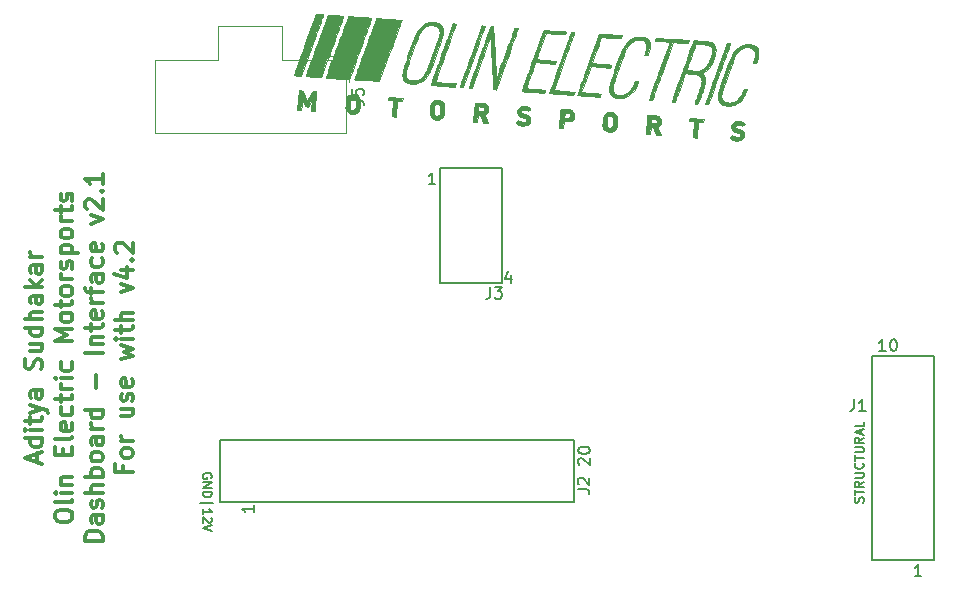
<source format=gto>
G04 #@! TF.GenerationSoftware,KiCad,Pcbnew,5.0.2-bee76a0~70~ubuntu18.04.1*
G04 #@! TF.CreationDate,2019-04-15T21:31:07-04:00*
G04 #@! TF.ProjectId,DR_InterfaceBoard,44525f49-6e74-4657-9266-616365426f61,rev?*
G04 #@! TF.SameCoordinates,Original*
G04 #@! TF.FileFunction,Legend,Top*
G04 #@! TF.FilePolarity,Positive*
%FSLAX46Y46*%
G04 Gerber Fmt 4.6, Leading zero omitted, Abs format (unit mm)*
G04 Created by KiCad (PCBNEW 5.0.2-bee76a0~70~ubuntu18.04.1) date Mon 15 Apr 2019 09:31:07 PM EDT*
%MOMM*%
%LPD*%
G01*
G04 APERTURE LIST*
%ADD10C,0.190500*%
%ADD11C,0.300000*%
%ADD12C,0.150000*%
%ADD13C,0.120000*%
%ADD14C,0.010000*%
G04 APERTURE END LIST*
D10*
X59563000Y-73696285D02*
X59599285Y-73623714D01*
X59599285Y-73514857D01*
X59563000Y-73406000D01*
X59490428Y-73333428D01*
X59417857Y-73297142D01*
X59272714Y-73260857D01*
X59163857Y-73260857D01*
X59018714Y-73297142D01*
X58946142Y-73333428D01*
X58873571Y-73406000D01*
X58837285Y-73514857D01*
X58837285Y-73587428D01*
X58873571Y-73696285D01*
X58909857Y-73732571D01*
X59163857Y-73732571D01*
X59163857Y-73587428D01*
X58837285Y-74059142D02*
X59599285Y-74059142D01*
X58837285Y-74494571D01*
X59599285Y-74494571D01*
X58837285Y-74857428D02*
X59599285Y-74857428D01*
X59599285Y-75038857D01*
X59563000Y-75147714D01*
X59490428Y-75220285D01*
X59417857Y-75256571D01*
X59272714Y-75292857D01*
X59163857Y-75292857D01*
X59018714Y-75256571D01*
X58946142Y-75220285D01*
X58873571Y-75147714D01*
X58837285Y-75038857D01*
X58837285Y-74857428D01*
X58583285Y-75800857D02*
X59671857Y-75800857D01*
X58837285Y-76744285D02*
X58837285Y-76308857D01*
X58837285Y-76526571D02*
X59599285Y-76526571D01*
X59490428Y-76454000D01*
X59417857Y-76381428D01*
X59381571Y-76308857D01*
X59526714Y-77034571D02*
X59563000Y-77070857D01*
X59599285Y-77143428D01*
X59599285Y-77324857D01*
X59563000Y-77397428D01*
X59526714Y-77433714D01*
X59454142Y-77470000D01*
X59381571Y-77470000D01*
X59272714Y-77433714D01*
X58837285Y-76998285D01*
X58837285Y-77470000D01*
X59599285Y-77687714D02*
X58837285Y-77941714D01*
X59599285Y-78195714D01*
X114735428Y-75764571D02*
X114771714Y-75655714D01*
X114771714Y-75474285D01*
X114735428Y-75401714D01*
X114699142Y-75365428D01*
X114626571Y-75329142D01*
X114554000Y-75329142D01*
X114481428Y-75365428D01*
X114445142Y-75401714D01*
X114408857Y-75474285D01*
X114372571Y-75619428D01*
X114336285Y-75692000D01*
X114300000Y-75728285D01*
X114227428Y-75764571D01*
X114154857Y-75764571D01*
X114082285Y-75728285D01*
X114046000Y-75692000D01*
X114009714Y-75619428D01*
X114009714Y-75438000D01*
X114046000Y-75329142D01*
X114009714Y-75111428D02*
X114009714Y-74676000D01*
X114771714Y-74893714D02*
X114009714Y-74893714D01*
X114771714Y-73986571D02*
X114408857Y-74240571D01*
X114771714Y-74422000D02*
X114009714Y-74422000D01*
X114009714Y-74131714D01*
X114046000Y-74059142D01*
X114082285Y-74022857D01*
X114154857Y-73986571D01*
X114263714Y-73986571D01*
X114336285Y-74022857D01*
X114372571Y-74059142D01*
X114408857Y-74131714D01*
X114408857Y-74422000D01*
X114009714Y-73660000D02*
X114626571Y-73660000D01*
X114699142Y-73623714D01*
X114735428Y-73587428D01*
X114771714Y-73514857D01*
X114771714Y-73369714D01*
X114735428Y-73297142D01*
X114699142Y-73260857D01*
X114626571Y-73224571D01*
X114009714Y-73224571D01*
X114699142Y-72426285D02*
X114735428Y-72462571D01*
X114771714Y-72571428D01*
X114771714Y-72644000D01*
X114735428Y-72752857D01*
X114662857Y-72825428D01*
X114590285Y-72861714D01*
X114445142Y-72898000D01*
X114336285Y-72898000D01*
X114191142Y-72861714D01*
X114118571Y-72825428D01*
X114046000Y-72752857D01*
X114009714Y-72644000D01*
X114009714Y-72571428D01*
X114046000Y-72462571D01*
X114082285Y-72426285D01*
X114009714Y-72208571D02*
X114009714Y-71773142D01*
X114771714Y-71990857D02*
X114009714Y-71990857D01*
X114009714Y-71519142D02*
X114626571Y-71519142D01*
X114699142Y-71482857D01*
X114735428Y-71446571D01*
X114771714Y-71374000D01*
X114771714Y-71228857D01*
X114735428Y-71156285D01*
X114699142Y-71120000D01*
X114626571Y-71083714D01*
X114009714Y-71083714D01*
X114771714Y-70285428D02*
X114408857Y-70539428D01*
X114771714Y-70720857D02*
X114009714Y-70720857D01*
X114009714Y-70430571D01*
X114046000Y-70358000D01*
X114082285Y-70321714D01*
X114154857Y-70285428D01*
X114263714Y-70285428D01*
X114336285Y-70321714D01*
X114372571Y-70358000D01*
X114408857Y-70430571D01*
X114408857Y-70720857D01*
X114554000Y-69995142D02*
X114554000Y-69632285D01*
X114771714Y-70067714D02*
X114009714Y-69813714D01*
X114771714Y-69559714D01*
X114771714Y-68942857D02*
X114771714Y-69305714D01*
X114009714Y-69305714D01*
D11*
X44812000Y-72321428D02*
X44812000Y-71607142D01*
X45240571Y-72464285D02*
X43740571Y-71964285D01*
X45240571Y-71464285D01*
X45240571Y-70321428D02*
X43740571Y-70321428D01*
X45169142Y-70321428D02*
X45240571Y-70464285D01*
X45240571Y-70750000D01*
X45169142Y-70892857D01*
X45097714Y-70964285D01*
X44954857Y-71035714D01*
X44526285Y-71035714D01*
X44383428Y-70964285D01*
X44312000Y-70892857D01*
X44240571Y-70750000D01*
X44240571Y-70464285D01*
X44312000Y-70321428D01*
X45240571Y-69607142D02*
X44240571Y-69607142D01*
X43740571Y-69607142D02*
X43812000Y-69678571D01*
X43883428Y-69607142D01*
X43812000Y-69535714D01*
X43740571Y-69607142D01*
X43883428Y-69607142D01*
X44240571Y-69107142D02*
X44240571Y-68535714D01*
X43740571Y-68892857D02*
X45026285Y-68892857D01*
X45169142Y-68821428D01*
X45240571Y-68678571D01*
X45240571Y-68535714D01*
X44240571Y-68178571D02*
X45240571Y-67821428D01*
X44240571Y-67464285D02*
X45240571Y-67821428D01*
X45597714Y-67964285D01*
X45669142Y-68035714D01*
X45740571Y-68178571D01*
X45240571Y-66250000D02*
X44454857Y-66250000D01*
X44312000Y-66321428D01*
X44240571Y-66464285D01*
X44240571Y-66750000D01*
X44312000Y-66892857D01*
X45169142Y-66250000D02*
X45240571Y-66392857D01*
X45240571Y-66750000D01*
X45169142Y-66892857D01*
X45026285Y-66964285D01*
X44883428Y-66964285D01*
X44740571Y-66892857D01*
X44669142Y-66750000D01*
X44669142Y-66392857D01*
X44597714Y-66250000D01*
X45169142Y-64464285D02*
X45240571Y-64250000D01*
X45240571Y-63892857D01*
X45169142Y-63750000D01*
X45097714Y-63678571D01*
X44954857Y-63607142D01*
X44812000Y-63607142D01*
X44669142Y-63678571D01*
X44597714Y-63750000D01*
X44526285Y-63892857D01*
X44454857Y-64178571D01*
X44383428Y-64321428D01*
X44312000Y-64392857D01*
X44169142Y-64464285D01*
X44026285Y-64464285D01*
X43883428Y-64392857D01*
X43812000Y-64321428D01*
X43740571Y-64178571D01*
X43740571Y-63821428D01*
X43812000Y-63607142D01*
X44240571Y-62321428D02*
X45240571Y-62321428D01*
X44240571Y-62964285D02*
X45026285Y-62964285D01*
X45169142Y-62892857D01*
X45240571Y-62750000D01*
X45240571Y-62535714D01*
X45169142Y-62392857D01*
X45097714Y-62321428D01*
X45240571Y-60964285D02*
X43740571Y-60964285D01*
X45169142Y-60964285D02*
X45240571Y-61107142D01*
X45240571Y-61392857D01*
X45169142Y-61535714D01*
X45097714Y-61607142D01*
X44954857Y-61678571D01*
X44526285Y-61678571D01*
X44383428Y-61607142D01*
X44312000Y-61535714D01*
X44240571Y-61392857D01*
X44240571Y-61107142D01*
X44312000Y-60964285D01*
X45240571Y-60250000D02*
X43740571Y-60250000D01*
X45240571Y-59607142D02*
X44454857Y-59607142D01*
X44312000Y-59678571D01*
X44240571Y-59821428D01*
X44240571Y-60035714D01*
X44312000Y-60178571D01*
X44383428Y-60250000D01*
X45240571Y-58250000D02*
X44454857Y-58250000D01*
X44312000Y-58321428D01*
X44240571Y-58464285D01*
X44240571Y-58750000D01*
X44312000Y-58892857D01*
X45169142Y-58250000D02*
X45240571Y-58392857D01*
X45240571Y-58750000D01*
X45169142Y-58892857D01*
X45026285Y-58964285D01*
X44883428Y-58964285D01*
X44740571Y-58892857D01*
X44669142Y-58750000D01*
X44669142Y-58392857D01*
X44597714Y-58250000D01*
X45240571Y-57535714D02*
X43740571Y-57535714D01*
X44669142Y-57392857D02*
X45240571Y-56964285D01*
X44240571Y-56964285D02*
X44812000Y-57535714D01*
X45240571Y-55678571D02*
X44454857Y-55678571D01*
X44312000Y-55750000D01*
X44240571Y-55892857D01*
X44240571Y-56178571D01*
X44312000Y-56321428D01*
X45169142Y-55678571D02*
X45240571Y-55821428D01*
X45240571Y-56178571D01*
X45169142Y-56321428D01*
X45026285Y-56392857D01*
X44883428Y-56392857D01*
X44740571Y-56321428D01*
X44669142Y-56178571D01*
X44669142Y-55821428D01*
X44597714Y-55678571D01*
X45240571Y-54964285D02*
X44240571Y-54964285D01*
X44526285Y-54964285D02*
X44383428Y-54892857D01*
X44312000Y-54821428D01*
X44240571Y-54678571D01*
X44240571Y-54535714D01*
X46290571Y-77035714D02*
X46290571Y-76750000D01*
X46362000Y-76607142D01*
X46504857Y-76464285D01*
X46790571Y-76392857D01*
X47290571Y-76392857D01*
X47576285Y-76464285D01*
X47719142Y-76607142D01*
X47790571Y-76750000D01*
X47790571Y-77035714D01*
X47719142Y-77178571D01*
X47576285Y-77321428D01*
X47290571Y-77392857D01*
X46790571Y-77392857D01*
X46504857Y-77321428D01*
X46362000Y-77178571D01*
X46290571Y-77035714D01*
X47790571Y-75535714D02*
X47719142Y-75678571D01*
X47576285Y-75750000D01*
X46290571Y-75750000D01*
X47790571Y-74964285D02*
X46790571Y-74964285D01*
X46290571Y-74964285D02*
X46362000Y-75035714D01*
X46433428Y-74964285D01*
X46362000Y-74892857D01*
X46290571Y-74964285D01*
X46433428Y-74964285D01*
X46790571Y-74250000D02*
X47790571Y-74250000D01*
X46933428Y-74250000D02*
X46862000Y-74178571D01*
X46790571Y-74035714D01*
X46790571Y-73821428D01*
X46862000Y-73678571D01*
X47004857Y-73607142D01*
X47790571Y-73607142D01*
X47004857Y-71750000D02*
X47004857Y-71250000D01*
X47790571Y-71035714D02*
X47790571Y-71750000D01*
X46290571Y-71750000D01*
X46290571Y-71035714D01*
X47790571Y-70178571D02*
X47719142Y-70321428D01*
X47576285Y-70392857D01*
X46290571Y-70392857D01*
X47719142Y-69035714D02*
X47790571Y-69178571D01*
X47790571Y-69464285D01*
X47719142Y-69607142D01*
X47576285Y-69678571D01*
X47004857Y-69678571D01*
X46862000Y-69607142D01*
X46790571Y-69464285D01*
X46790571Y-69178571D01*
X46862000Y-69035714D01*
X47004857Y-68964285D01*
X47147714Y-68964285D01*
X47290571Y-69678571D01*
X47719142Y-67678571D02*
X47790571Y-67821428D01*
X47790571Y-68107142D01*
X47719142Y-68250000D01*
X47647714Y-68321428D01*
X47504857Y-68392857D01*
X47076285Y-68392857D01*
X46933428Y-68321428D01*
X46862000Y-68250000D01*
X46790571Y-68107142D01*
X46790571Y-67821428D01*
X46862000Y-67678571D01*
X46790571Y-67250000D02*
X46790571Y-66678571D01*
X46290571Y-67035714D02*
X47576285Y-67035714D01*
X47719142Y-66964285D01*
X47790571Y-66821428D01*
X47790571Y-66678571D01*
X47790571Y-66178571D02*
X46790571Y-66178571D01*
X47076285Y-66178571D02*
X46933428Y-66107142D01*
X46862000Y-66035714D01*
X46790571Y-65892857D01*
X46790571Y-65750000D01*
X47790571Y-65250000D02*
X46790571Y-65250000D01*
X46290571Y-65250000D02*
X46362000Y-65321428D01*
X46433428Y-65250000D01*
X46362000Y-65178571D01*
X46290571Y-65250000D01*
X46433428Y-65250000D01*
X47719142Y-63892857D02*
X47790571Y-64035714D01*
X47790571Y-64321428D01*
X47719142Y-64464285D01*
X47647714Y-64535714D01*
X47504857Y-64607142D01*
X47076285Y-64607142D01*
X46933428Y-64535714D01*
X46862000Y-64464285D01*
X46790571Y-64321428D01*
X46790571Y-64035714D01*
X46862000Y-63892857D01*
X47790571Y-62107142D02*
X46290571Y-62107142D01*
X47362000Y-61607142D01*
X46290571Y-61107142D01*
X47790571Y-61107142D01*
X47790571Y-60178571D02*
X47719142Y-60321428D01*
X47647714Y-60392857D01*
X47504857Y-60464285D01*
X47076285Y-60464285D01*
X46933428Y-60392857D01*
X46862000Y-60321428D01*
X46790571Y-60178571D01*
X46790571Y-59964285D01*
X46862000Y-59821428D01*
X46933428Y-59750000D01*
X47076285Y-59678571D01*
X47504857Y-59678571D01*
X47647714Y-59750000D01*
X47719142Y-59821428D01*
X47790571Y-59964285D01*
X47790571Y-60178571D01*
X46790571Y-59250000D02*
X46790571Y-58678571D01*
X46290571Y-59035714D02*
X47576285Y-59035714D01*
X47719142Y-58964285D01*
X47790571Y-58821428D01*
X47790571Y-58678571D01*
X47790571Y-57964285D02*
X47719142Y-58107142D01*
X47647714Y-58178571D01*
X47504857Y-58250000D01*
X47076285Y-58250000D01*
X46933428Y-58178571D01*
X46862000Y-58107142D01*
X46790571Y-57964285D01*
X46790571Y-57750000D01*
X46862000Y-57607142D01*
X46933428Y-57535714D01*
X47076285Y-57464285D01*
X47504857Y-57464285D01*
X47647714Y-57535714D01*
X47719142Y-57607142D01*
X47790571Y-57750000D01*
X47790571Y-57964285D01*
X47790571Y-56821428D02*
X46790571Y-56821428D01*
X47076285Y-56821428D02*
X46933428Y-56750000D01*
X46862000Y-56678571D01*
X46790571Y-56535714D01*
X46790571Y-56392857D01*
X47719142Y-55964285D02*
X47790571Y-55821428D01*
X47790571Y-55535714D01*
X47719142Y-55392857D01*
X47576285Y-55321428D01*
X47504857Y-55321428D01*
X47362000Y-55392857D01*
X47290571Y-55535714D01*
X47290571Y-55750000D01*
X47219142Y-55892857D01*
X47076285Y-55964285D01*
X47004857Y-55964285D01*
X46862000Y-55892857D01*
X46790571Y-55750000D01*
X46790571Y-55535714D01*
X46862000Y-55392857D01*
X46790571Y-54678571D02*
X48290571Y-54678571D01*
X46862000Y-54678571D02*
X46790571Y-54535714D01*
X46790571Y-54250000D01*
X46862000Y-54107142D01*
X46933428Y-54035714D01*
X47076285Y-53964285D01*
X47504857Y-53964285D01*
X47647714Y-54035714D01*
X47719142Y-54107142D01*
X47790571Y-54250000D01*
X47790571Y-54535714D01*
X47719142Y-54678571D01*
X47790571Y-53107142D02*
X47719142Y-53250000D01*
X47647714Y-53321428D01*
X47504857Y-53392857D01*
X47076285Y-53392857D01*
X46933428Y-53321428D01*
X46862000Y-53250000D01*
X46790571Y-53107142D01*
X46790571Y-52892857D01*
X46862000Y-52750000D01*
X46933428Y-52678571D01*
X47076285Y-52607142D01*
X47504857Y-52607142D01*
X47647714Y-52678571D01*
X47719142Y-52750000D01*
X47790571Y-52892857D01*
X47790571Y-53107142D01*
X47790571Y-51964285D02*
X46790571Y-51964285D01*
X47076285Y-51964285D02*
X46933428Y-51892857D01*
X46862000Y-51821428D01*
X46790571Y-51678571D01*
X46790571Y-51535714D01*
X46790571Y-51250000D02*
X46790571Y-50678571D01*
X46290571Y-51035714D02*
X47576285Y-51035714D01*
X47719142Y-50964285D01*
X47790571Y-50821428D01*
X47790571Y-50678571D01*
X47719142Y-50250000D02*
X47790571Y-50107142D01*
X47790571Y-49821428D01*
X47719142Y-49678571D01*
X47576285Y-49607142D01*
X47504857Y-49607142D01*
X47362000Y-49678571D01*
X47290571Y-49821428D01*
X47290571Y-50035714D01*
X47219142Y-50178571D01*
X47076285Y-50250000D01*
X47004857Y-50250000D01*
X46862000Y-50178571D01*
X46790571Y-50035714D01*
X46790571Y-49821428D01*
X46862000Y-49678571D01*
X50340571Y-79000000D02*
X48840571Y-79000000D01*
X48840571Y-78642857D01*
X48912000Y-78428571D01*
X49054857Y-78285714D01*
X49197714Y-78214285D01*
X49483428Y-78142857D01*
X49697714Y-78142857D01*
X49983428Y-78214285D01*
X50126285Y-78285714D01*
X50269142Y-78428571D01*
X50340571Y-78642857D01*
X50340571Y-79000000D01*
X50340571Y-76857142D02*
X49554857Y-76857142D01*
X49412000Y-76928571D01*
X49340571Y-77071428D01*
X49340571Y-77357142D01*
X49412000Y-77500000D01*
X50269142Y-76857142D02*
X50340571Y-77000000D01*
X50340571Y-77357142D01*
X50269142Y-77500000D01*
X50126285Y-77571428D01*
X49983428Y-77571428D01*
X49840571Y-77500000D01*
X49769142Y-77357142D01*
X49769142Y-77000000D01*
X49697714Y-76857142D01*
X50269142Y-76214285D02*
X50340571Y-76071428D01*
X50340571Y-75785714D01*
X50269142Y-75642857D01*
X50126285Y-75571428D01*
X50054857Y-75571428D01*
X49912000Y-75642857D01*
X49840571Y-75785714D01*
X49840571Y-76000000D01*
X49769142Y-76142857D01*
X49626285Y-76214285D01*
X49554857Y-76214285D01*
X49412000Y-76142857D01*
X49340571Y-76000000D01*
X49340571Y-75785714D01*
X49412000Y-75642857D01*
X50340571Y-74928571D02*
X48840571Y-74928571D01*
X50340571Y-74285714D02*
X49554857Y-74285714D01*
X49412000Y-74357142D01*
X49340571Y-74500000D01*
X49340571Y-74714285D01*
X49412000Y-74857142D01*
X49483428Y-74928571D01*
X50340571Y-73571428D02*
X48840571Y-73571428D01*
X49412000Y-73571428D02*
X49340571Y-73428571D01*
X49340571Y-73142857D01*
X49412000Y-73000000D01*
X49483428Y-72928571D01*
X49626285Y-72857142D01*
X50054857Y-72857142D01*
X50197714Y-72928571D01*
X50269142Y-73000000D01*
X50340571Y-73142857D01*
X50340571Y-73428571D01*
X50269142Y-73571428D01*
X50340571Y-72000000D02*
X50269142Y-72142857D01*
X50197714Y-72214285D01*
X50054857Y-72285714D01*
X49626285Y-72285714D01*
X49483428Y-72214285D01*
X49412000Y-72142857D01*
X49340571Y-72000000D01*
X49340571Y-71785714D01*
X49412000Y-71642857D01*
X49483428Y-71571428D01*
X49626285Y-71500000D01*
X50054857Y-71500000D01*
X50197714Y-71571428D01*
X50269142Y-71642857D01*
X50340571Y-71785714D01*
X50340571Y-72000000D01*
X50340571Y-70214285D02*
X49554857Y-70214285D01*
X49412000Y-70285714D01*
X49340571Y-70428571D01*
X49340571Y-70714285D01*
X49412000Y-70857142D01*
X50269142Y-70214285D02*
X50340571Y-70357142D01*
X50340571Y-70714285D01*
X50269142Y-70857142D01*
X50126285Y-70928571D01*
X49983428Y-70928571D01*
X49840571Y-70857142D01*
X49769142Y-70714285D01*
X49769142Y-70357142D01*
X49697714Y-70214285D01*
X50340571Y-69500000D02*
X49340571Y-69500000D01*
X49626285Y-69500000D02*
X49483428Y-69428571D01*
X49412000Y-69357142D01*
X49340571Y-69214285D01*
X49340571Y-69071428D01*
X50340571Y-67928571D02*
X48840571Y-67928571D01*
X50269142Y-67928571D02*
X50340571Y-68071428D01*
X50340571Y-68357142D01*
X50269142Y-68500000D01*
X50197714Y-68571428D01*
X50054857Y-68642857D01*
X49626285Y-68642857D01*
X49483428Y-68571428D01*
X49412000Y-68500000D01*
X49340571Y-68357142D01*
X49340571Y-68071428D01*
X49412000Y-67928571D01*
X49769142Y-66071428D02*
X49769142Y-64928571D01*
X50340571Y-63071428D02*
X48840571Y-63071428D01*
X49340571Y-62357142D02*
X50340571Y-62357142D01*
X49483428Y-62357142D02*
X49412000Y-62285714D01*
X49340571Y-62142857D01*
X49340571Y-61928571D01*
X49412000Y-61785714D01*
X49554857Y-61714285D01*
X50340571Y-61714285D01*
X49340571Y-61214285D02*
X49340571Y-60642857D01*
X48840571Y-61000000D02*
X50126285Y-61000000D01*
X50269142Y-60928571D01*
X50340571Y-60785714D01*
X50340571Y-60642857D01*
X50269142Y-59571428D02*
X50340571Y-59714285D01*
X50340571Y-60000000D01*
X50269142Y-60142857D01*
X50126285Y-60214285D01*
X49554857Y-60214285D01*
X49412000Y-60142857D01*
X49340571Y-60000000D01*
X49340571Y-59714285D01*
X49412000Y-59571428D01*
X49554857Y-59500000D01*
X49697714Y-59500000D01*
X49840571Y-60214285D01*
X50340571Y-58857142D02*
X49340571Y-58857142D01*
X49626285Y-58857142D02*
X49483428Y-58785714D01*
X49412000Y-58714285D01*
X49340571Y-58571428D01*
X49340571Y-58428571D01*
X49340571Y-58142857D02*
X49340571Y-57571428D01*
X50340571Y-57928571D02*
X49054857Y-57928571D01*
X48912000Y-57857142D01*
X48840571Y-57714285D01*
X48840571Y-57571428D01*
X50340571Y-56428571D02*
X49554857Y-56428571D01*
X49412000Y-56500000D01*
X49340571Y-56642857D01*
X49340571Y-56928571D01*
X49412000Y-57071428D01*
X50269142Y-56428571D02*
X50340571Y-56571428D01*
X50340571Y-56928571D01*
X50269142Y-57071428D01*
X50126285Y-57142857D01*
X49983428Y-57142857D01*
X49840571Y-57071428D01*
X49769142Y-56928571D01*
X49769142Y-56571428D01*
X49697714Y-56428571D01*
X50269142Y-55071428D02*
X50340571Y-55214285D01*
X50340571Y-55500000D01*
X50269142Y-55642857D01*
X50197714Y-55714285D01*
X50054857Y-55785714D01*
X49626285Y-55785714D01*
X49483428Y-55714285D01*
X49412000Y-55642857D01*
X49340571Y-55500000D01*
X49340571Y-55214285D01*
X49412000Y-55071428D01*
X50269142Y-53857142D02*
X50340571Y-53999999D01*
X50340571Y-54285714D01*
X50269142Y-54428571D01*
X50126285Y-54499999D01*
X49554857Y-54499999D01*
X49412000Y-54428571D01*
X49340571Y-54285714D01*
X49340571Y-53999999D01*
X49412000Y-53857142D01*
X49554857Y-53785714D01*
X49697714Y-53785714D01*
X49840571Y-54499999D01*
X49340571Y-52142857D02*
X50340571Y-51785714D01*
X49340571Y-51428571D01*
X48983428Y-50928571D02*
X48912000Y-50857142D01*
X48840571Y-50714285D01*
X48840571Y-50357142D01*
X48912000Y-50214285D01*
X48983428Y-50142857D01*
X49126285Y-50071428D01*
X49269142Y-50071428D01*
X49483428Y-50142857D01*
X50340571Y-51000000D01*
X50340571Y-50071428D01*
X50197714Y-49428571D02*
X50269142Y-49357142D01*
X50340571Y-49428571D01*
X50269142Y-49499999D01*
X50197714Y-49428571D01*
X50340571Y-49428571D01*
X50340571Y-47928571D02*
X50340571Y-48785714D01*
X50340571Y-48357142D02*
X48840571Y-48357142D01*
X49054857Y-48500000D01*
X49197714Y-48642857D01*
X49269142Y-48785714D01*
X52104857Y-72678571D02*
X52104857Y-73178571D01*
X52890571Y-73178571D02*
X51390571Y-73178571D01*
X51390571Y-72464285D01*
X52890571Y-71678571D02*
X52819142Y-71821428D01*
X52747714Y-71892857D01*
X52604857Y-71964285D01*
X52176285Y-71964285D01*
X52033428Y-71892857D01*
X51962000Y-71821428D01*
X51890571Y-71678571D01*
X51890571Y-71464285D01*
X51962000Y-71321428D01*
X52033428Y-71250000D01*
X52176285Y-71178571D01*
X52604857Y-71178571D01*
X52747714Y-71250000D01*
X52819142Y-71321428D01*
X52890571Y-71464285D01*
X52890571Y-71678571D01*
X52890571Y-70535714D02*
X51890571Y-70535714D01*
X52176285Y-70535714D02*
X52033428Y-70464285D01*
X51962000Y-70392857D01*
X51890571Y-70250000D01*
X51890571Y-70107142D01*
X51890571Y-67821428D02*
X52890571Y-67821428D01*
X51890571Y-68464285D02*
X52676285Y-68464285D01*
X52819142Y-68392857D01*
X52890571Y-68250000D01*
X52890571Y-68035714D01*
X52819142Y-67892857D01*
X52747714Y-67821428D01*
X52819142Y-67178571D02*
X52890571Y-67035714D01*
X52890571Y-66750000D01*
X52819142Y-66607142D01*
X52676285Y-66535714D01*
X52604857Y-66535714D01*
X52462000Y-66607142D01*
X52390571Y-66750000D01*
X52390571Y-66964285D01*
X52319142Y-67107142D01*
X52176285Y-67178571D01*
X52104857Y-67178571D01*
X51962000Y-67107142D01*
X51890571Y-66964285D01*
X51890571Y-66750000D01*
X51962000Y-66607142D01*
X52819142Y-65321428D02*
X52890571Y-65464285D01*
X52890571Y-65750000D01*
X52819142Y-65892857D01*
X52676285Y-65964285D01*
X52104857Y-65964285D01*
X51962000Y-65892857D01*
X51890571Y-65750000D01*
X51890571Y-65464285D01*
X51962000Y-65321428D01*
X52104857Y-65250000D01*
X52247714Y-65250000D01*
X52390571Y-65964285D01*
X51890571Y-63607142D02*
X52890571Y-63321428D01*
X52176285Y-63035714D01*
X52890571Y-62750000D01*
X51890571Y-62464285D01*
X52890571Y-61892857D02*
X51890571Y-61892857D01*
X51390571Y-61892857D02*
X51462000Y-61964285D01*
X51533428Y-61892857D01*
X51462000Y-61821428D01*
X51390571Y-61892857D01*
X51533428Y-61892857D01*
X51890571Y-61392857D02*
X51890571Y-60821428D01*
X51390571Y-61178571D02*
X52676285Y-61178571D01*
X52819142Y-61107142D01*
X52890571Y-60964285D01*
X52890571Y-60821428D01*
X52890571Y-60321428D02*
X51390571Y-60321428D01*
X52890571Y-59678571D02*
X52104857Y-59678571D01*
X51962000Y-59750000D01*
X51890571Y-59892857D01*
X51890571Y-60107142D01*
X51962000Y-60250000D01*
X52033428Y-60321428D01*
X51890571Y-57964285D02*
X52890571Y-57607142D01*
X51890571Y-57250000D01*
X51890571Y-56035714D02*
X52890571Y-56035714D01*
X51319142Y-56392857D02*
X52390571Y-56750000D01*
X52390571Y-55821428D01*
X52747714Y-55250000D02*
X52819142Y-55178571D01*
X52890571Y-55250000D01*
X52819142Y-55321428D01*
X52747714Y-55250000D01*
X52890571Y-55250000D01*
X51533428Y-54607142D02*
X51462000Y-54535714D01*
X51390571Y-54392857D01*
X51390571Y-54035714D01*
X51462000Y-53892857D01*
X51533428Y-53821428D01*
X51676285Y-53750000D01*
X51819142Y-53750000D01*
X52033428Y-53821428D01*
X52890571Y-54678571D01*
X52890571Y-53750000D01*
D12*
G04 #@! TO.C,J1*
X115460000Y-63354000D02*
X115460000Y-80664000D01*
X120760000Y-63354000D02*
X120760000Y-80664000D01*
X120760000Y-80664000D02*
X115460000Y-80664000D01*
X120760000Y-63354000D02*
X115460000Y-63354000D01*
G04 #@! TO.C,J2*
X90282530Y-70433740D02*
X60272530Y-70433740D01*
X90282530Y-75733740D02*
X60272530Y-75733740D01*
X60272530Y-75733740D02*
X60272530Y-70433740D01*
X90282530Y-75733740D02*
X90282530Y-70433740D01*
G04 #@! TO.C,J3*
X84184000Y-57169000D02*
X84184000Y-47479000D01*
X78884000Y-57169000D02*
X78884000Y-47479000D01*
X78884000Y-47479000D02*
X84184000Y-47479000D01*
X78884000Y-57169000D02*
X84184000Y-57169000D01*
D13*
G04 #@! TO.C,J5*
X62838000Y-44482000D02*
X70918000Y-44482000D01*
X70918000Y-44482000D02*
X70918000Y-38282000D01*
X70918000Y-38282000D02*
X65548000Y-38282000D01*
X65548000Y-38282000D02*
X65548000Y-35422000D01*
X65548000Y-35422000D02*
X62838000Y-35422000D01*
X62838000Y-44482000D02*
X54758000Y-44482000D01*
X54758000Y-44482000D02*
X54758000Y-38282000D01*
X54758000Y-38282000D02*
X60128000Y-38282000D01*
X60128000Y-38282000D02*
X60128000Y-35422000D01*
X60128000Y-35422000D02*
X62838000Y-35422000D01*
X71218000Y-40132000D02*
X71218000Y-37982000D01*
X71218000Y-37982000D02*
X69088000Y-37982000D01*
D14*
G04 #@! TO.C,G\002A\002A\002A*
G36*
X105192666Y-36968509D02*
X105409044Y-37017152D01*
X105583872Y-37094667D01*
X105717673Y-37201457D01*
X105810972Y-37337922D01*
X105859751Y-37481779D01*
X105873339Y-37604075D01*
X105871543Y-37759595D01*
X105855955Y-37933681D01*
X105828165Y-38111679D01*
X105789768Y-38278932D01*
X105764034Y-38362994D01*
X105704493Y-38537065D01*
X105557644Y-38534496D01*
X105475606Y-38531443D01*
X105434048Y-38523486D01*
X105422659Y-38506880D01*
X105427451Y-38487199D01*
X105489061Y-38311172D01*
X105531161Y-38162114D01*
X105558054Y-38022121D01*
X105573634Y-37878633D01*
X105581182Y-37759522D01*
X105580938Y-37675513D01*
X105571311Y-37611287D01*
X105550716Y-37551526D01*
X105536446Y-37519884D01*
X105464447Y-37407847D01*
X105365066Y-37325885D01*
X105231599Y-37270019D01*
X105058793Y-37236449D01*
X104820696Y-37229741D01*
X104600972Y-37270386D01*
X104399613Y-37358389D01*
X104216615Y-37493752D01*
X104051972Y-37676481D01*
X103905673Y-37906579D01*
X103864555Y-37986489D01*
X103839947Y-38043442D01*
X103800631Y-38142928D01*
X103748557Y-38279491D01*
X103685679Y-38447675D01*
X103613949Y-38642024D01*
X103535319Y-38857082D01*
X103451744Y-39087392D01*
X103365176Y-39327500D01*
X103277567Y-39571947D01*
X103190870Y-39815279D01*
X103107037Y-40052038D01*
X103028022Y-40276769D01*
X102955779Y-40484016D01*
X102892256Y-40668323D01*
X102839411Y-40824232D01*
X102799194Y-40946289D01*
X102773557Y-41029037D01*
X102767015Y-41053147D01*
X102731581Y-41265848D01*
X102736538Y-41448119D01*
X102782044Y-41600543D01*
X102868261Y-41723710D01*
X102971054Y-41804259D01*
X103036581Y-41841876D01*
X103093045Y-41866268D01*
X103155298Y-41880881D01*
X103238195Y-41889162D01*
X103356586Y-41894557D01*
X103360864Y-41894710D01*
X103486075Y-41897492D01*
X103578116Y-41893566D01*
X103654440Y-41880432D01*
X103732503Y-41855582D01*
X103789326Y-41833238D01*
X103978365Y-41729248D01*
X104153307Y-41578648D01*
X104311842Y-41384242D01*
X104451657Y-41148834D01*
X104562984Y-40895231D01*
X104630801Y-40715374D01*
X104767693Y-40724946D01*
X104842974Y-40734084D01*
X104891997Y-40747488D01*
X104902974Y-40757572D01*
X104889884Y-40807939D01*
X104858125Y-40892189D01*
X104812723Y-40999265D01*
X104758702Y-41118113D01*
X104701088Y-41237678D01*
X104644906Y-41346906D01*
X104595181Y-41434742D01*
X104595047Y-41434960D01*
X104491066Y-41580646D01*
X104360721Y-41725939D01*
X104215580Y-41860395D01*
X104067216Y-41973575D01*
X103927197Y-42055038D01*
X103890028Y-42071151D01*
X103667244Y-42137079D01*
X103429452Y-42168894D01*
X103191869Y-42166055D01*
X102969707Y-42128018D01*
X102898996Y-42106493D01*
X102730418Y-42026542D01*
X102601629Y-41915574D01*
X102510366Y-41771073D01*
X102460311Y-41618702D01*
X102444719Y-41491699D01*
X102445289Y-41334840D01*
X102461020Y-41166083D01*
X102490915Y-41003387D01*
X102495566Y-40984497D01*
X102514047Y-40922313D01*
X102548197Y-40817993D01*
X102596033Y-40677036D01*
X102655574Y-40504944D01*
X102724838Y-40307213D01*
X102801842Y-40089344D01*
X102884604Y-39856837D01*
X102971141Y-39615190D01*
X103059473Y-39369903D01*
X103147616Y-39126476D01*
X103233588Y-38890406D01*
X103315407Y-38667194D01*
X103391091Y-38462340D01*
X103458657Y-38281342D01*
X103516124Y-38129700D01*
X103561510Y-38012913D01*
X103592832Y-37936481D01*
X103599839Y-37920845D01*
X103747030Y-37656032D01*
X103920751Y-37430942D01*
X104118327Y-37247174D01*
X104337080Y-37106330D01*
X104574335Y-37010009D01*
X104827414Y-36959812D01*
X105093642Y-36957339D01*
X105192666Y-36968509D01*
X105192666Y-36968509D01*
G37*
X105192666Y-36968509D02*
X105409044Y-37017152D01*
X105583872Y-37094667D01*
X105717673Y-37201457D01*
X105810972Y-37337922D01*
X105859751Y-37481779D01*
X105873339Y-37604075D01*
X105871543Y-37759595D01*
X105855955Y-37933681D01*
X105828165Y-38111679D01*
X105789768Y-38278932D01*
X105764034Y-38362994D01*
X105704493Y-38537065D01*
X105557644Y-38534496D01*
X105475606Y-38531443D01*
X105434048Y-38523486D01*
X105422659Y-38506880D01*
X105427451Y-38487199D01*
X105489061Y-38311172D01*
X105531161Y-38162114D01*
X105558054Y-38022121D01*
X105573634Y-37878633D01*
X105581182Y-37759522D01*
X105580938Y-37675513D01*
X105571311Y-37611287D01*
X105550716Y-37551526D01*
X105536446Y-37519884D01*
X105464447Y-37407847D01*
X105365066Y-37325885D01*
X105231599Y-37270019D01*
X105058793Y-37236449D01*
X104820696Y-37229741D01*
X104600972Y-37270386D01*
X104399613Y-37358389D01*
X104216615Y-37493752D01*
X104051972Y-37676481D01*
X103905673Y-37906579D01*
X103864555Y-37986489D01*
X103839947Y-38043442D01*
X103800631Y-38142928D01*
X103748557Y-38279491D01*
X103685679Y-38447675D01*
X103613949Y-38642024D01*
X103535319Y-38857082D01*
X103451744Y-39087392D01*
X103365176Y-39327500D01*
X103277567Y-39571947D01*
X103190870Y-39815279D01*
X103107037Y-40052038D01*
X103028022Y-40276769D01*
X102955779Y-40484016D01*
X102892256Y-40668323D01*
X102839411Y-40824232D01*
X102799194Y-40946289D01*
X102773557Y-41029037D01*
X102767015Y-41053147D01*
X102731581Y-41265848D01*
X102736538Y-41448119D01*
X102782044Y-41600543D01*
X102868261Y-41723710D01*
X102971054Y-41804259D01*
X103036581Y-41841876D01*
X103093045Y-41866268D01*
X103155298Y-41880881D01*
X103238195Y-41889162D01*
X103356586Y-41894557D01*
X103360864Y-41894710D01*
X103486075Y-41897492D01*
X103578116Y-41893566D01*
X103654440Y-41880432D01*
X103732503Y-41855582D01*
X103789326Y-41833238D01*
X103978365Y-41729248D01*
X104153307Y-41578648D01*
X104311842Y-41384242D01*
X104451657Y-41148834D01*
X104562984Y-40895231D01*
X104630801Y-40715374D01*
X104767693Y-40724946D01*
X104842974Y-40734084D01*
X104891997Y-40747488D01*
X104902974Y-40757572D01*
X104889884Y-40807939D01*
X104858125Y-40892189D01*
X104812723Y-40999265D01*
X104758702Y-41118113D01*
X104701088Y-41237678D01*
X104644906Y-41346906D01*
X104595181Y-41434742D01*
X104595047Y-41434960D01*
X104491066Y-41580646D01*
X104360721Y-41725939D01*
X104215580Y-41860395D01*
X104067216Y-41973575D01*
X103927197Y-42055038D01*
X103890028Y-42071151D01*
X103667244Y-42137079D01*
X103429452Y-42168894D01*
X103191869Y-42166055D01*
X102969707Y-42128018D01*
X102898996Y-42106493D01*
X102730418Y-42026542D01*
X102601629Y-41915574D01*
X102510366Y-41771073D01*
X102460311Y-41618702D01*
X102444719Y-41491699D01*
X102445289Y-41334840D01*
X102461020Y-41166083D01*
X102490915Y-41003387D01*
X102495566Y-40984497D01*
X102514047Y-40922313D01*
X102548197Y-40817993D01*
X102596033Y-40677036D01*
X102655574Y-40504944D01*
X102724838Y-40307213D01*
X102801842Y-40089344D01*
X102884604Y-39856837D01*
X102971141Y-39615190D01*
X103059473Y-39369903D01*
X103147616Y-39126476D01*
X103233588Y-38890406D01*
X103315407Y-38667194D01*
X103391091Y-38462340D01*
X103458657Y-38281342D01*
X103516124Y-38129700D01*
X103561510Y-38012913D01*
X103592832Y-37936481D01*
X103599839Y-37920845D01*
X103747030Y-37656032D01*
X103920751Y-37430942D01*
X104118327Y-37247174D01*
X104337080Y-37106330D01*
X104574335Y-37010009D01*
X104827414Y-36959812D01*
X105093642Y-36957339D01*
X105192666Y-36968509D01*
G36*
X103460520Y-36853756D02*
X103468613Y-36873588D01*
X103459862Y-36901924D01*
X103435055Y-36974888D01*
X103395319Y-37089305D01*
X103341780Y-37241996D01*
X103275562Y-37429786D01*
X103197792Y-37649495D01*
X103109598Y-37897949D01*
X103012104Y-38171969D01*
X102906437Y-38468378D01*
X102793724Y-38784000D01*
X102675089Y-39115658D01*
X102563254Y-39427833D01*
X102439951Y-39771824D01*
X102321275Y-40102992D01*
X102208376Y-40418125D01*
X102102405Y-40714014D01*
X102004509Y-40987444D01*
X101915838Y-41235204D01*
X101837541Y-41454082D01*
X101770769Y-41640867D01*
X101716669Y-41792345D01*
X101676392Y-41905305D01*
X101651085Y-41976537D01*
X101642073Y-42002276D01*
X101625557Y-42034368D01*
X101594186Y-42049381D01*
X101533993Y-42051411D01*
X101484385Y-42048539D01*
X101405248Y-42041561D01*
X101366249Y-42031134D01*
X101356778Y-42011464D01*
X101364128Y-41982840D01*
X101375148Y-41951744D01*
X101402174Y-41876025D01*
X101444065Y-41758875D01*
X101499675Y-41603489D01*
X101567860Y-41413060D01*
X101647476Y-41190779D01*
X101737381Y-40939842D01*
X101836428Y-40663441D01*
X101943476Y-40364770D01*
X102057378Y-40047022D01*
X102176993Y-39713390D01*
X102296225Y-39380871D01*
X103209220Y-36834857D01*
X103340169Y-36836317D01*
X103420962Y-36840813D01*
X103460520Y-36853756D01*
X103460520Y-36853756D01*
G37*
X103460520Y-36853756D02*
X103468613Y-36873588D01*
X103459862Y-36901924D01*
X103435055Y-36974888D01*
X103395319Y-37089305D01*
X103341780Y-37241996D01*
X103275562Y-37429786D01*
X103197792Y-37649495D01*
X103109598Y-37897949D01*
X103012104Y-38171969D01*
X102906437Y-38468378D01*
X102793724Y-38784000D01*
X102675089Y-39115658D01*
X102563254Y-39427833D01*
X102439951Y-39771824D01*
X102321275Y-40102992D01*
X102208376Y-40418125D01*
X102102405Y-40714014D01*
X102004509Y-40987444D01*
X101915838Y-41235204D01*
X101837541Y-41454082D01*
X101770769Y-41640867D01*
X101716669Y-41792345D01*
X101676392Y-41905305D01*
X101651085Y-41976537D01*
X101642073Y-42002276D01*
X101625557Y-42034368D01*
X101594186Y-42049381D01*
X101533993Y-42051411D01*
X101484385Y-42048539D01*
X101405248Y-42041561D01*
X101366249Y-42031134D01*
X101356778Y-42011464D01*
X101364128Y-41982840D01*
X101375148Y-41951744D01*
X101402174Y-41876025D01*
X101444065Y-41758875D01*
X101499675Y-41603489D01*
X101567860Y-41413060D01*
X101647476Y-41190779D01*
X101737381Y-40939842D01*
X101836428Y-40663441D01*
X101943476Y-40364770D01*
X102057378Y-40047022D01*
X102176993Y-39713390D01*
X102296225Y-39380871D01*
X103209220Y-36834857D01*
X103340169Y-36836317D01*
X103420962Y-36840813D01*
X103460520Y-36853756D01*
G36*
X100876141Y-36662884D02*
X101055220Y-36677449D01*
X101057059Y-36677604D01*
X101269028Y-36695916D01*
X101436819Y-36711673D01*
X101566931Y-36725773D01*
X101665868Y-36739115D01*
X101740133Y-36752600D01*
X101796226Y-36767127D01*
X101840653Y-36783595D01*
X101848487Y-36787099D01*
X101999267Y-36882014D01*
X102120255Y-37010754D01*
X102201872Y-37163107D01*
X102202331Y-37164367D01*
X102233258Y-37304090D01*
X102239973Y-37477279D01*
X102223343Y-37673221D01*
X102184236Y-37881203D01*
X102128407Y-38076193D01*
X101997806Y-38411990D01*
X101848268Y-38700670D01*
X101679769Y-38942262D01*
X101492289Y-39136799D01*
X101285805Y-39284311D01*
X101209328Y-39324696D01*
X101141160Y-39357707D01*
X101095158Y-39380088D01*
X101084078Y-39385563D01*
X101095246Y-39405186D01*
X101130990Y-39452641D01*
X101174649Y-39506761D01*
X101257411Y-39618679D01*
X101311496Y-39725695D01*
X101340622Y-39841707D01*
X101348511Y-39980616D01*
X101341155Y-40128871D01*
X101334565Y-40205109D01*
X101326553Y-40273352D01*
X101315174Y-40340347D01*
X101298482Y-40412842D01*
X101274535Y-40497585D01*
X101241386Y-40601322D01*
X101197093Y-40730802D01*
X101139708Y-40892773D01*
X101067290Y-41093980D01*
X101046251Y-41152192D01*
X100978519Y-41339433D01*
X100915831Y-41512571D01*
X100860406Y-41665482D01*
X100814466Y-41792047D01*
X100780233Y-41886143D01*
X100759926Y-41941649D01*
X100755686Y-41953024D01*
X100734455Y-41978508D01*
X100688596Y-41988960D01*
X100605728Y-41987091D01*
X100601337Y-41986790D01*
X100525668Y-41979531D01*
X100476025Y-41970992D01*
X100464508Y-41965403D01*
X100472966Y-41939487D01*
X100496548Y-41871599D01*
X100533189Y-41767568D01*
X100580825Y-41633227D01*
X100637390Y-41474405D01*
X100700819Y-41296935D01*
X100734394Y-41203223D01*
X100802830Y-41010708D01*
X100867123Y-40826734D01*
X100924808Y-40658599D01*
X100973417Y-40513599D01*
X101010485Y-40399032D01*
X101033546Y-40322193D01*
X101038042Y-40304754D01*
X101062765Y-40110973D01*
X101042108Y-39938199D01*
X100976641Y-39787958D01*
X100866935Y-39661770D01*
X100771284Y-39592831D01*
X100720089Y-39562627D01*
X100674960Y-39539719D01*
X100627185Y-39522310D01*
X100568050Y-39508608D01*
X100488847Y-39496820D01*
X100380862Y-39485154D01*
X100235384Y-39471817D01*
X100144738Y-39463861D01*
X99662096Y-39421660D01*
X99283738Y-40485790D01*
X99202761Y-40713343D01*
X99125059Y-40931325D01*
X99052705Y-41133950D01*
X98987768Y-41315434D01*
X98932321Y-41469989D01*
X98888436Y-41591831D01*
X98858184Y-41675175D01*
X98847177Y-41704989D01*
X98788974Y-41860057D01*
X98663480Y-41851282D01*
X98583929Y-41841368D01*
X98546414Y-41823958D01*
X98540583Y-41805391D01*
X98549342Y-41776912D01*
X98574163Y-41703777D01*
X98613928Y-41589141D01*
X98667522Y-41436153D01*
X98733825Y-41247970D01*
X98811722Y-41027742D01*
X98900097Y-40778622D01*
X98997832Y-40503763D01*
X99103810Y-40206317D01*
X99216915Y-39889437D01*
X99336029Y-39556276D01*
X99460036Y-39209986D01*
X99460575Y-39208483D01*
X99491689Y-39121637D01*
X99770827Y-39141157D01*
X99794518Y-39146810D01*
X99860707Y-39154886D01*
X99961196Y-39164578D01*
X100087788Y-39175082D01*
X100202058Y-39183509D01*
X100416521Y-39195960D01*
X100588073Y-39200006D01*
X100723902Y-39195674D01*
X100814128Y-39185815D01*
X101021161Y-39131711D01*
X101209085Y-39035783D01*
X101379155Y-38896664D01*
X101532623Y-38712989D01*
X101670745Y-38483393D01*
X101794772Y-38206507D01*
X101849021Y-38058286D01*
X101919966Y-37811799D01*
X101952079Y-37597948D01*
X101945349Y-37416604D01*
X101899768Y-37267640D01*
X101815327Y-37150928D01*
X101776897Y-37117907D01*
X101712690Y-37074925D01*
X101640644Y-37040722D01*
X101552920Y-37013566D01*
X101441671Y-36991723D01*
X101299059Y-36973458D01*
X101117238Y-36957040D01*
X101014310Y-36949346D01*
X100852529Y-36938224D01*
X100734262Y-36931489D01*
X100652398Y-36929317D01*
X100599828Y-36931883D01*
X100569441Y-36939362D01*
X100554126Y-36951929D01*
X100549659Y-36960792D01*
X100533692Y-37003995D01*
X100503666Y-37086761D01*
X100461656Y-37203273D01*
X100409742Y-37347710D01*
X100350003Y-37514254D01*
X100284516Y-37697086D01*
X100215362Y-37890387D01*
X100144617Y-38088338D01*
X100074360Y-38285122D01*
X100006670Y-38474918D01*
X99943625Y-38651909D01*
X99887305Y-38810275D01*
X99839788Y-38944197D01*
X99803150Y-39047857D01*
X99779472Y-39115437D01*
X99770831Y-39141116D01*
X99770827Y-39141157D01*
X99491689Y-39121637D01*
X99584474Y-38862664D01*
X99703468Y-38530337D01*
X99816443Y-38214619D01*
X99922289Y-37918625D01*
X100019893Y-37645471D01*
X100108142Y-37398274D01*
X100185927Y-37180149D01*
X100252133Y-36994212D01*
X100305651Y-36843580D01*
X100345367Y-36731368D01*
X100370172Y-36660694D01*
X100378950Y-36634672D01*
X100378955Y-36634638D01*
X100403430Y-36632959D01*
X100471948Y-36635359D01*
X100577946Y-36641424D01*
X100714864Y-36650738D01*
X100876141Y-36662884D01*
X100876141Y-36662884D01*
G37*
X100876141Y-36662884D02*
X101055220Y-36677449D01*
X101057059Y-36677604D01*
X101269028Y-36695916D01*
X101436819Y-36711673D01*
X101566931Y-36725773D01*
X101665868Y-36739115D01*
X101740133Y-36752600D01*
X101796226Y-36767127D01*
X101840653Y-36783595D01*
X101848487Y-36787099D01*
X101999267Y-36882014D01*
X102120255Y-37010754D01*
X102201872Y-37163107D01*
X102202331Y-37164367D01*
X102233258Y-37304090D01*
X102239973Y-37477279D01*
X102223343Y-37673221D01*
X102184236Y-37881203D01*
X102128407Y-38076193D01*
X101997806Y-38411990D01*
X101848268Y-38700670D01*
X101679769Y-38942262D01*
X101492289Y-39136799D01*
X101285805Y-39284311D01*
X101209328Y-39324696D01*
X101141160Y-39357707D01*
X101095158Y-39380088D01*
X101084078Y-39385563D01*
X101095246Y-39405186D01*
X101130990Y-39452641D01*
X101174649Y-39506761D01*
X101257411Y-39618679D01*
X101311496Y-39725695D01*
X101340622Y-39841707D01*
X101348511Y-39980616D01*
X101341155Y-40128871D01*
X101334565Y-40205109D01*
X101326553Y-40273352D01*
X101315174Y-40340347D01*
X101298482Y-40412842D01*
X101274535Y-40497585D01*
X101241386Y-40601322D01*
X101197093Y-40730802D01*
X101139708Y-40892773D01*
X101067290Y-41093980D01*
X101046251Y-41152192D01*
X100978519Y-41339433D01*
X100915831Y-41512571D01*
X100860406Y-41665482D01*
X100814466Y-41792047D01*
X100780233Y-41886143D01*
X100759926Y-41941649D01*
X100755686Y-41953024D01*
X100734455Y-41978508D01*
X100688596Y-41988960D01*
X100605728Y-41987091D01*
X100601337Y-41986790D01*
X100525668Y-41979531D01*
X100476025Y-41970992D01*
X100464508Y-41965403D01*
X100472966Y-41939487D01*
X100496548Y-41871599D01*
X100533189Y-41767568D01*
X100580825Y-41633227D01*
X100637390Y-41474405D01*
X100700819Y-41296935D01*
X100734394Y-41203223D01*
X100802830Y-41010708D01*
X100867123Y-40826734D01*
X100924808Y-40658599D01*
X100973417Y-40513599D01*
X101010485Y-40399032D01*
X101033546Y-40322193D01*
X101038042Y-40304754D01*
X101062765Y-40110973D01*
X101042108Y-39938199D01*
X100976641Y-39787958D01*
X100866935Y-39661770D01*
X100771284Y-39592831D01*
X100720089Y-39562627D01*
X100674960Y-39539719D01*
X100627185Y-39522310D01*
X100568050Y-39508608D01*
X100488847Y-39496820D01*
X100380862Y-39485154D01*
X100235384Y-39471817D01*
X100144738Y-39463861D01*
X99662096Y-39421660D01*
X99283738Y-40485790D01*
X99202761Y-40713343D01*
X99125059Y-40931325D01*
X99052705Y-41133950D01*
X98987768Y-41315434D01*
X98932321Y-41469989D01*
X98888436Y-41591831D01*
X98858184Y-41675175D01*
X98847177Y-41704989D01*
X98788974Y-41860057D01*
X98663480Y-41851282D01*
X98583929Y-41841368D01*
X98546414Y-41823958D01*
X98540583Y-41805391D01*
X98549342Y-41776912D01*
X98574163Y-41703777D01*
X98613928Y-41589141D01*
X98667522Y-41436153D01*
X98733825Y-41247970D01*
X98811722Y-41027742D01*
X98900097Y-40778622D01*
X98997832Y-40503763D01*
X99103810Y-40206317D01*
X99216915Y-39889437D01*
X99336029Y-39556276D01*
X99460036Y-39209986D01*
X99460575Y-39208483D01*
X99491689Y-39121637D01*
X99770827Y-39141157D01*
X99794518Y-39146810D01*
X99860707Y-39154886D01*
X99961196Y-39164578D01*
X100087788Y-39175082D01*
X100202058Y-39183509D01*
X100416521Y-39195960D01*
X100588073Y-39200006D01*
X100723902Y-39195674D01*
X100814128Y-39185815D01*
X101021161Y-39131711D01*
X101209085Y-39035783D01*
X101379155Y-38896664D01*
X101532623Y-38712989D01*
X101670745Y-38483393D01*
X101794772Y-38206507D01*
X101849021Y-38058286D01*
X101919966Y-37811799D01*
X101952079Y-37597948D01*
X101945349Y-37416604D01*
X101899768Y-37267640D01*
X101815327Y-37150928D01*
X101776897Y-37117907D01*
X101712690Y-37074925D01*
X101640644Y-37040722D01*
X101552920Y-37013566D01*
X101441671Y-36991723D01*
X101299059Y-36973458D01*
X101117238Y-36957040D01*
X101014310Y-36949346D01*
X100852529Y-36938224D01*
X100734262Y-36931489D01*
X100652398Y-36929317D01*
X100599828Y-36931883D01*
X100569441Y-36939362D01*
X100554126Y-36951929D01*
X100549659Y-36960792D01*
X100533692Y-37003995D01*
X100503666Y-37086761D01*
X100461656Y-37203273D01*
X100409742Y-37347710D01*
X100350003Y-37514254D01*
X100284516Y-37697086D01*
X100215362Y-37890387D01*
X100144617Y-38088338D01*
X100074360Y-38285122D01*
X100006670Y-38474918D01*
X99943625Y-38651909D01*
X99887305Y-38810275D01*
X99839788Y-38944197D01*
X99803150Y-39047857D01*
X99779472Y-39115437D01*
X99770831Y-39141116D01*
X99770827Y-39141157D01*
X99491689Y-39121637D01*
X99584474Y-38862664D01*
X99703468Y-38530337D01*
X99816443Y-38214619D01*
X99922289Y-37918625D01*
X100019893Y-37645471D01*
X100108142Y-37398274D01*
X100185927Y-37180149D01*
X100252133Y-36994212D01*
X100305651Y-36843580D01*
X100345367Y-36731368D01*
X100370172Y-36660694D01*
X100378950Y-36634672D01*
X100378955Y-36634638D01*
X100403430Y-36632959D01*
X100471948Y-36635359D01*
X100577946Y-36641424D01*
X100714864Y-36650738D01*
X100876141Y-36662884D01*
G36*
X98855889Y-36517853D02*
X99101625Y-36535444D01*
X99326972Y-36551849D01*
X99527379Y-36566725D01*
X99698289Y-36579725D01*
X99835152Y-36590505D01*
X99933415Y-36598721D01*
X99988522Y-36604027D01*
X99999044Y-36605757D01*
X99990578Y-36632000D01*
X99969409Y-36690883D01*
X99950468Y-36741966D01*
X99902458Y-36870106D01*
X99265303Y-36832352D01*
X98628148Y-36794599D01*
X97768775Y-39191591D01*
X97648395Y-39527419D01*
X97532587Y-39850608D01*
X97422539Y-40157839D01*
X97319438Y-40445790D01*
X97224471Y-40711145D01*
X97138825Y-40950583D01*
X97063688Y-41160783D01*
X97000246Y-41338427D01*
X96949687Y-41480195D01*
X96913197Y-41582767D01*
X96891965Y-41642824D01*
X96887053Y-41657041D01*
X96870314Y-41696173D01*
X96843646Y-41715184D01*
X96792465Y-41719389D01*
X96725829Y-41715788D01*
X96649779Y-41709419D01*
X96599662Y-41703207D01*
X96587718Y-41699765D01*
X96596212Y-41675499D01*
X96620724Y-41606585D01*
X96660121Y-41496187D01*
X96713268Y-41347474D01*
X96779032Y-41163610D01*
X96856280Y-40947765D01*
X96943877Y-40703105D01*
X97040692Y-40432797D01*
X97145587Y-40140007D01*
X97257433Y-39827904D01*
X97375093Y-39499653D01*
X97470204Y-39234368D01*
X98351923Y-36775284D01*
X97719236Y-36724233D01*
X97521207Y-36707877D01*
X97368588Y-36694218D01*
X97256101Y-36682524D01*
X97178471Y-36672054D01*
X97130423Y-36662074D01*
X97106683Y-36651848D01*
X97101974Y-36640638D01*
X97102873Y-36638167D01*
X97121236Y-36592799D01*
X97146757Y-36523177D01*
X97154113Y-36502151D01*
X97189029Y-36401153D01*
X98594319Y-36499420D01*
X98855889Y-36517853D01*
X98855889Y-36517853D01*
G37*
X98855889Y-36517853D02*
X99101625Y-36535444D01*
X99326972Y-36551849D01*
X99527379Y-36566725D01*
X99698289Y-36579725D01*
X99835152Y-36590505D01*
X99933415Y-36598721D01*
X99988522Y-36604027D01*
X99999044Y-36605757D01*
X99990578Y-36632000D01*
X99969409Y-36690883D01*
X99950468Y-36741966D01*
X99902458Y-36870106D01*
X99265303Y-36832352D01*
X98628148Y-36794599D01*
X97768775Y-39191591D01*
X97648395Y-39527419D01*
X97532587Y-39850608D01*
X97422539Y-40157839D01*
X97319438Y-40445790D01*
X97224471Y-40711145D01*
X97138825Y-40950583D01*
X97063688Y-41160783D01*
X97000246Y-41338427D01*
X96949687Y-41480195D01*
X96913197Y-41582767D01*
X96891965Y-41642824D01*
X96887053Y-41657041D01*
X96870314Y-41696173D01*
X96843646Y-41715184D01*
X96792465Y-41719389D01*
X96725829Y-41715788D01*
X96649779Y-41709419D01*
X96599662Y-41703207D01*
X96587718Y-41699765D01*
X96596212Y-41675499D01*
X96620724Y-41606585D01*
X96660121Y-41496187D01*
X96713268Y-41347474D01*
X96779032Y-41163610D01*
X96856280Y-40947765D01*
X96943877Y-40703105D01*
X97040692Y-40432797D01*
X97145587Y-40140007D01*
X97257433Y-39827904D01*
X97375093Y-39499653D01*
X97470204Y-39234368D01*
X98351923Y-36775284D01*
X97719236Y-36724233D01*
X97521207Y-36707877D01*
X97368588Y-36694218D01*
X97256101Y-36682524D01*
X97178471Y-36672054D01*
X97130423Y-36662074D01*
X97106683Y-36651848D01*
X97101974Y-36640638D01*
X97102873Y-36638167D01*
X97121236Y-36592799D01*
X97146757Y-36523177D01*
X97154113Y-36502151D01*
X97189029Y-36401153D01*
X98594319Y-36499420D01*
X98855889Y-36517853D01*
G36*
X96012590Y-36332903D02*
X96106032Y-36342731D01*
X96175370Y-36356271D01*
X96233912Y-36376787D01*
X96294968Y-36407537D01*
X96347592Y-36437630D01*
X96490112Y-36546119D01*
X96593115Y-36683050D01*
X96656706Y-36849149D01*
X96680990Y-37045143D01*
X96666072Y-37271758D01*
X96612059Y-37529722D01*
X96539592Y-37762517D01*
X96489540Y-37905423D01*
X96353519Y-37895912D01*
X96278404Y-37888159D01*
X96229456Y-37878302D01*
X96218533Y-37871618D01*
X96226397Y-37842096D01*
X96246332Y-37777042D01*
X96274420Y-37689144D01*
X96281961Y-37665991D01*
X96347291Y-37438710D01*
X96381892Y-37246740D01*
X96385629Y-37084845D01*
X96358374Y-36947787D01*
X96299992Y-36830327D01*
X96259654Y-36777962D01*
X96174437Y-36695983D01*
X96078374Y-36639577D01*
X95960500Y-36604851D01*
X95809850Y-36587911D01*
X95715833Y-36584853D01*
X95587073Y-36586603D01*
X95487098Y-36598403D01*
X95394310Y-36623813D01*
X95329448Y-36648568D01*
X95139902Y-36752744D01*
X94964237Y-36902639D01*
X94806250Y-37094181D01*
X94669737Y-37323299D01*
X94637180Y-37390802D01*
X94614257Y-37446027D01*
X94576470Y-37543602D01*
X94525821Y-37677957D01*
X94464316Y-37843524D01*
X94393960Y-38034735D01*
X94316757Y-38246022D01*
X94234712Y-38471817D01*
X94149829Y-38706551D01*
X94064115Y-38944656D01*
X93979573Y-39180564D01*
X93898209Y-39408707D01*
X93822026Y-39623517D01*
X93753029Y-39819425D01*
X93693224Y-39990863D01*
X93644616Y-40132263D01*
X93609208Y-40238057D01*
X93589834Y-40299783D01*
X93562025Y-40415383D01*
X93540270Y-40540337D01*
X93532070Y-40614019D01*
X93534537Y-40802098D01*
X93572594Y-40955317D01*
X93647781Y-41075338D01*
X93761636Y-41163825D01*
X93915697Y-41222439D01*
X94111503Y-41252846D01*
X94123852Y-41253758D01*
X94354691Y-41247797D01*
X94566652Y-41196004D01*
X94760272Y-41097955D01*
X94936087Y-40953225D01*
X95094635Y-40761392D01*
X95236453Y-40522029D01*
X95338730Y-40294767D01*
X95422943Y-40084229D01*
X95564983Y-40086525D01*
X95642065Y-40089657D01*
X95693311Y-40095359D01*
X95706208Y-40100469D01*
X95696924Y-40127499D01*
X95672592Y-40190832D01*
X95637381Y-40279747D01*
X95611765Y-40343391D01*
X95467028Y-40652964D01*
X95302390Y-40915804D01*
X95117856Y-41131908D01*
X94913427Y-41301272D01*
X94689106Y-41423897D01*
X94444895Y-41499779D01*
X94180799Y-41528916D01*
X94015278Y-41524153D01*
X93900542Y-41511376D01*
X93789196Y-41492346D01*
X93704096Y-41471019D01*
X93699566Y-41469492D01*
X93528004Y-41386754D01*
X93394682Y-41270613D01*
X93299730Y-41121206D01*
X93260600Y-41013410D01*
X93243920Y-40906563D01*
X93240808Y-40766147D01*
X93250260Y-40607253D01*
X93271267Y-40444976D01*
X93302824Y-40294410D01*
X93310406Y-40266702D01*
X93328251Y-40210602D01*
X93361418Y-40112404D01*
X93407890Y-39977756D01*
X93465648Y-39812311D01*
X93532672Y-39621718D01*
X93606946Y-39411626D01*
X93686450Y-39187687D01*
X93769166Y-38955550D01*
X93853074Y-38720865D01*
X93936157Y-38489283D01*
X94016396Y-38266453D01*
X94091773Y-38058026D01*
X94160269Y-37869652D01*
X94219865Y-37706979D01*
X94268543Y-37575660D01*
X94304284Y-37481345D01*
X94317414Y-37447989D01*
X94455201Y-37158556D01*
X94618392Y-36907847D01*
X94804976Y-36697909D01*
X95012946Y-36530788D01*
X95240289Y-36408530D01*
X95389631Y-36356287D01*
X95480900Y-36332955D01*
X95563471Y-36319269D01*
X95652894Y-36314197D01*
X95764716Y-36316701D01*
X95881735Y-36323531D01*
X96012590Y-36332903D01*
X96012590Y-36332903D01*
G37*
X96012590Y-36332903D02*
X96106032Y-36342731D01*
X96175370Y-36356271D01*
X96233912Y-36376787D01*
X96294968Y-36407537D01*
X96347592Y-36437630D01*
X96490112Y-36546119D01*
X96593115Y-36683050D01*
X96656706Y-36849149D01*
X96680990Y-37045143D01*
X96666072Y-37271758D01*
X96612059Y-37529722D01*
X96539592Y-37762517D01*
X96489540Y-37905423D01*
X96353519Y-37895912D01*
X96278404Y-37888159D01*
X96229456Y-37878302D01*
X96218533Y-37871618D01*
X96226397Y-37842096D01*
X96246332Y-37777042D01*
X96274420Y-37689144D01*
X96281961Y-37665991D01*
X96347291Y-37438710D01*
X96381892Y-37246740D01*
X96385629Y-37084845D01*
X96358374Y-36947787D01*
X96299992Y-36830327D01*
X96259654Y-36777962D01*
X96174437Y-36695983D01*
X96078374Y-36639577D01*
X95960500Y-36604851D01*
X95809850Y-36587911D01*
X95715833Y-36584853D01*
X95587073Y-36586603D01*
X95487098Y-36598403D01*
X95394310Y-36623813D01*
X95329448Y-36648568D01*
X95139902Y-36752744D01*
X94964237Y-36902639D01*
X94806250Y-37094181D01*
X94669737Y-37323299D01*
X94637180Y-37390802D01*
X94614257Y-37446027D01*
X94576470Y-37543602D01*
X94525821Y-37677957D01*
X94464316Y-37843524D01*
X94393960Y-38034735D01*
X94316757Y-38246022D01*
X94234712Y-38471817D01*
X94149829Y-38706551D01*
X94064115Y-38944656D01*
X93979573Y-39180564D01*
X93898209Y-39408707D01*
X93822026Y-39623517D01*
X93753029Y-39819425D01*
X93693224Y-39990863D01*
X93644616Y-40132263D01*
X93609208Y-40238057D01*
X93589834Y-40299783D01*
X93562025Y-40415383D01*
X93540270Y-40540337D01*
X93532070Y-40614019D01*
X93534537Y-40802098D01*
X93572594Y-40955317D01*
X93647781Y-41075338D01*
X93761636Y-41163825D01*
X93915697Y-41222439D01*
X94111503Y-41252846D01*
X94123852Y-41253758D01*
X94354691Y-41247797D01*
X94566652Y-41196004D01*
X94760272Y-41097955D01*
X94936087Y-40953225D01*
X95094635Y-40761392D01*
X95236453Y-40522029D01*
X95338730Y-40294767D01*
X95422943Y-40084229D01*
X95564983Y-40086525D01*
X95642065Y-40089657D01*
X95693311Y-40095359D01*
X95706208Y-40100469D01*
X95696924Y-40127499D01*
X95672592Y-40190832D01*
X95637381Y-40279747D01*
X95611765Y-40343391D01*
X95467028Y-40652964D01*
X95302390Y-40915804D01*
X95117856Y-41131908D01*
X94913427Y-41301272D01*
X94689106Y-41423897D01*
X94444895Y-41499779D01*
X94180799Y-41528916D01*
X94015278Y-41524153D01*
X93900542Y-41511376D01*
X93789196Y-41492346D01*
X93704096Y-41471019D01*
X93699566Y-41469492D01*
X93528004Y-41386754D01*
X93394682Y-41270613D01*
X93299730Y-41121206D01*
X93260600Y-41013410D01*
X93243920Y-40906563D01*
X93240808Y-40766147D01*
X93250260Y-40607253D01*
X93271267Y-40444976D01*
X93302824Y-40294410D01*
X93310406Y-40266702D01*
X93328251Y-40210602D01*
X93361418Y-40112404D01*
X93407890Y-39977756D01*
X93465648Y-39812311D01*
X93532672Y-39621718D01*
X93606946Y-39411626D01*
X93686450Y-39187687D01*
X93769166Y-38955550D01*
X93853074Y-38720865D01*
X93936157Y-38489283D01*
X94016396Y-38266453D01*
X94091773Y-38058026D01*
X94160269Y-37869652D01*
X94219865Y-37706979D01*
X94268543Y-37575660D01*
X94304284Y-37481345D01*
X94317414Y-37447989D01*
X94455201Y-37158556D01*
X94618392Y-36907847D01*
X94804976Y-36697909D01*
X95012946Y-36530788D01*
X95240289Y-36408530D01*
X95389631Y-36356287D01*
X95480900Y-36332955D01*
X95563471Y-36319269D01*
X95652894Y-36314197D01*
X95764716Y-36316701D01*
X95881735Y-36323531D01*
X96012590Y-36332903D01*
G36*
X93619071Y-36152128D02*
X93848142Y-36170000D01*
X94028799Y-36185764D01*
X94162203Y-36199532D01*
X94249522Y-36211420D01*
X94291919Y-36221541D01*
X94296656Y-36225816D01*
X94288094Y-36264705D01*
X94268700Y-36331414D01*
X94258565Y-36363194D01*
X94222347Y-36473784D01*
X93389679Y-36415559D01*
X92557012Y-36357333D01*
X92534710Y-36425794D01*
X92521577Y-36463726D01*
X92493157Y-36544151D01*
X92451349Y-36661754D01*
X92398048Y-36811220D01*
X92335149Y-36987237D01*
X92264551Y-37184490D01*
X92188148Y-37397665D01*
X92142442Y-37525059D01*
X91772477Y-38555862D01*
X92592154Y-38619893D01*
X92839852Y-38639852D01*
X93039381Y-38657327D01*
X93193298Y-38672608D01*
X93304159Y-38685982D01*
X93374519Y-38697740D01*
X93406936Y-38708168D01*
X93409847Y-38712310D01*
X93400136Y-38752839D01*
X93378504Y-38818067D01*
X93371663Y-38836603D01*
X93335464Y-38932508D01*
X91679092Y-38816683D01*
X91494508Y-39332113D01*
X91427774Y-39518438D01*
X91349965Y-39735653D01*
X91267143Y-39966832D01*
X91185374Y-40195044D01*
X91110724Y-40403359D01*
X91100721Y-40431271D01*
X90891517Y-41015000D01*
X91709236Y-41078894D01*
X91970824Y-41100143D01*
X92181819Y-41119061D01*
X92342373Y-41135666D01*
X92452639Y-41149975D01*
X92512768Y-41162005D01*
X92525106Y-41169228D01*
X92516563Y-41207888D01*
X92497189Y-41274444D01*
X92487038Y-41306259D01*
X92450821Y-41416850D01*
X91490980Y-41349732D01*
X91233788Y-41331391D01*
X91023502Y-41315539D01*
X90856313Y-41301780D01*
X90728408Y-41289723D01*
X90635976Y-41278977D01*
X90575207Y-41269150D01*
X90542289Y-41259849D01*
X90533333Y-41251238D01*
X90542031Y-41223558D01*
X90566785Y-41151198D01*
X90606482Y-41037292D01*
X90660011Y-40884972D01*
X90726262Y-40697371D01*
X90804121Y-40477620D01*
X90892479Y-40228855D01*
X90990223Y-39954204D01*
X91096243Y-39656803D01*
X91209426Y-39339784D01*
X91328660Y-39006279D01*
X91452836Y-38659420D01*
X91458917Y-38642448D01*
X92382307Y-36065034D01*
X93340418Y-36132032D01*
X93619071Y-36152128D01*
X93619071Y-36152128D01*
G37*
X93619071Y-36152128D02*
X93848142Y-36170000D01*
X94028799Y-36185764D01*
X94162203Y-36199532D01*
X94249522Y-36211420D01*
X94291919Y-36221541D01*
X94296656Y-36225816D01*
X94288094Y-36264705D01*
X94268700Y-36331414D01*
X94258565Y-36363194D01*
X94222347Y-36473784D01*
X93389679Y-36415559D01*
X92557012Y-36357333D01*
X92534710Y-36425794D01*
X92521577Y-36463726D01*
X92493157Y-36544151D01*
X92451349Y-36661754D01*
X92398048Y-36811220D01*
X92335149Y-36987237D01*
X92264551Y-37184490D01*
X92188148Y-37397665D01*
X92142442Y-37525059D01*
X91772477Y-38555862D01*
X92592154Y-38619893D01*
X92839852Y-38639852D01*
X93039381Y-38657327D01*
X93193298Y-38672608D01*
X93304159Y-38685982D01*
X93374519Y-38697740D01*
X93406936Y-38708168D01*
X93409847Y-38712310D01*
X93400136Y-38752839D01*
X93378504Y-38818067D01*
X93371663Y-38836603D01*
X93335464Y-38932508D01*
X91679092Y-38816683D01*
X91494508Y-39332113D01*
X91427774Y-39518438D01*
X91349965Y-39735653D01*
X91267143Y-39966832D01*
X91185374Y-40195044D01*
X91110724Y-40403359D01*
X91100721Y-40431271D01*
X90891517Y-41015000D01*
X91709236Y-41078894D01*
X91970824Y-41100143D01*
X92181819Y-41119061D01*
X92342373Y-41135666D01*
X92452639Y-41149975D01*
X92512768Y-41162005D01*
X92525106Y-41169228D01*
X92516563Y-41207888D01*
X92497189Y-41274444D01*
X92487038Y-41306259D01*
X92450821Y-41416850D01*
X91490980Y-41349732D01*
X91233788Y-41331391D01*
X91023502Y-41315539D01*
X90856313Y-41301780D01*
X90728408Y-41289723D01*
X90635976Y-41278977D01*
X90575207Y-41269150D01*
X90542289Y-41259849D01*
X90533333Y-41251238D01*
X90542031Y-41223558D01*
X90566785Y-41151198D01*
X90606482Y-41037292D01*
X90660011Y-40884972D01*
X90726262Y-40697371D01*
X90804121Y-40477620D01*
X90892479Y-40228855D01*
X90990223Y-39954204D01*
X91096243Y-39656803D01*
X91209426Y-39339784D01*
X91328660Y-39006279D01*
X91452836Y-38659420D01*
X91458917Y-38642448D01*
X92382307Y-36065034D01*
X93340418Y-36132032D01*
X93619071Y-36152128D01*
G36*
X90232839Y-35917902D02*
X90281898Y-35929509D01*
X90292914Y-35938026D01*
X90284210Y-35964058D01*
X90259471Y-36034705D01*
X90219840Y-36146766D01*
X90166456Y-36297049D01*
X90100462Y-36482356D01*
X90022998Y-36699492D01*
X89935204Y-36945258D01*
X89838222Y-37216462D01*
X89733192Y-37509905D01*
X89621254Y-37822391D01*
X89503552Y-38150725D01*
X89412845Y-38403592D01*
X88534966Y-40850214D01*
X90301085Y-40987099D01*
X90277511Y-41067875D01*
X90252542Y-41143549D01*
X90228467Y-41204159D01*
X90202998Y-41259667D01*
X89174469Y-41187745D01*
X88919033Y-41169777D01*
X88709801Y-41154696D01*
X88542294Y-41141992D01*
X88412032Y-41131154D01*
X88314532Y-41121670D01*
X88245313Y-41113032D01*
X88199896Y-41104726D01*
X88173800Y-41096243D01*
X88162542Y-41087074D01*
X88161644Y-41076705D01*
X88163040Y-41072461D01*
X88173782Y-41043071D01*
X88200503Y-40969043D01*
X88242060Y-40853569D01*
X88297308Y-40699838D01*
X88365103Y-40511041D01*
X88444300Y-40290364D01*
X88533754Y-40041002D01*
X88632322Y-39766141D01*
X88738858Y-39468974D01*
X88852218Y-39152687D01*
X88971257Y-38820473D01*
X89083249Y-38507854D01*
X89206447Y-38163946D01*
X89324998Y-37833071D01*
X89437759Y-37518418D01*
X89543583Y-37223177D01*
X89641328Y-36950538D01*
X89729850Y-36703692D01*
X89808005Y-36485827D01*
X89874647Y-36300132D01*
X89928634Y-36149800D01*
X89968821Y-36038019D01*
X89994064Y-35967978D01*
X90003079Y-35943221D01*
X90024332Y-35917737D01*
X90070215Y-35907286D01*
X90153111Y-35909159D01*
X90157453Y-35909457D01*
X90232839Y-35917902D01*
X90232839Y-35917902D01*
G37*
X90232839Y-35917902D02*
X90281898Y-35929509D01*
X90292914Y-35938026D01*
X90284210Y-35964058D01*
X90259471Y-36034705D01*
X90219840Y-36146766D01*
X90166456Y-36297049D01*
X90100462Y-36482356D01*
X90022998Y-36699492D01*
X89935204Y-36945258D01*
X89838222Y-37216462D01*
X89733192Y-37509905D01*
X89621254Y-37822391D01*
X89503552Y-38150725D01*
X89412845Y-38403592D01*
X88534966Y-40850214D01*
X90301085Y-40987099D01*
X90277511Y-41067875D01*
X90252542Y-41143549D01*
X90228467Y-41204159D01*
X90202998Y-41259667D01*
X89174469Y-41187745D01*
X88919033Y-41169777D01*
X88709801Y-41154696D01*
X88542294Y-41141992D01*
X88412032Y-41131154D01*
X88314532Y-41121670D01*
X88245313Y-41113032D01*
X88199896Y-41104726D01*
X88173800Y-41096243D01*
X88162542Y-41087074D01*
X88161644Y-41076705D01*
X88163040Y-41072461D01*
X88173782Y-41043071D01*
X88200503Y-40969043D01*
X88242060Y-40853569D01*
X88297308Y-40699838D01*
X88365103Y-40511041D01*
X88444300Y-40290364D01*
X88533754Y-40041002D01*
X88632322Y-39766141D01*
X88738858Y-39468974D01*
X88852218Y-39152687D01*
X88971257Y-38820473D01*
X89083249Y-38507854D01*
X89206447Y-38163946D01*
X89324998Y-37833071D01*
X89437759Y-37518418D01*
X89543583Y-37223177D01*
X89641328Y-36950538D01*
X89729850Y-36703692D01*
X89808005Y-36485827D01*
X89874647Y-36300132D01*
X89928634Y-36149800D01*
X89968821Y-36038019D01*
X89994064Y-35967978D01*
X90003079Y-35943221D01*
X90024332Y-35917737D01*
X90070215Y-35907286D01*
X90153111Y-35909159D01*
X90157453Y-35909457D01*
X90232839Y-35917902D01*
G36*
X88865074Y-35819570D02*
X89063207Y-35834808D01*
X89238994Y-35849271D01*
X89386937Y-35862465D01*
X89501535Y-35873898D01*
X89577295Y-35883074D01*
X89608714Y-35889500D01*
X89609262Y-35890221D01*
X89599945Y-35923538D01*
X89578323Y-35986118D01*
X89565505Y-36020836D01*
X89523461Y-36132476D01*
X88691485Y-36087029D01*
X87859507Y-36041583D01*
X87470722Y-37121994D01*
X87390613Y-37344880D01*
X87315971Y-37553077D01*
X87248526Y-37741719D01*
X87190012Y-37905934D01*
X87142161Y-38040856D01*
X87106703Y-38141614D01*
X87085371Y-38203341D01*
X87079641Y-38221342D01*
X87103429Y-38227606D01*
X87171981Y-38236602D01*
X87279367Y-38247778D01*
X87419656Y-38260579D01*
X87586922Y-38274455D01*
X87775232Y-38288853D01*
X87901320Y-38297895D01*
X88725292Y-38355513D01*
X88703557Y-38424014D01*
X88677436Y-38497737D01*
X88656836Y-38548057D01*
X88631848Y-38603599D01*
X86985762Y-38488494D01*
X86923396Y-38656001D01*
X86900466Y-38718564D01*
X86862861Y-38822348D01*
X86812964Y-38960721D01*
X86753160Y-39127055D01*
X86685831Y-39314718D01*
X86613362Y-39517081D01*
X86541606Y-39717805D01*
X86468817Y-39921513D01*
X86400973Y-40111238D01*
X86340072Y-40281397D01*
X86288114Y-40426409D01*
X86247102Y-40540690D01*
X86219032Y-40618659D01*
X86205909Y-40654733D01*
X86205618Y-40655502D01*
X86203709Y-40667593D01*
X86211368Y-40677894D01*
X86233577Y-40687028D01*
X86275314Y-40695619D01*
X86341559Y-40704286D01*
X86437291Y-40713655D01*
X86567489Y-40724346D01*
X86737134Y-40736983D01*
X86951203Y-40752189D01*
X87014253Y-40756606D01*
X87212915Y-40771061D01*
X87394279Y-40785341D01*
X87552417Y-40798896D01*
X87681397Y-40811171D01*
X87775288Y-40821615D01*
X87828159Y-40829675D01*
X87837736Y-40833286D01*
X87828418Y-40866602D01*
X87806792Y-40929181D01*
X87793970Y-40963901D01*
X87751918Y-41075540D01*
X86783258Y-41014474D01*
X86536083Y-40998783D01*
X86334995Y-40985633D01*
X86175374Y-40974519D01*
X86052597Y-40964930D01*
X85962045Y-40956356D01*
X85899097Y-40948293D01*
X85859130Y-40940228D01*
X85837526Y-40931655D01*
X85829661Y-40922064D01*
X85830916Y-40910948D01*
X85831370Y-40909718D01*
X85842074Y-40880238D01*
X85868734Y-40806141D01*
X85910198Y-40690644D01*
X85965314Y-40536962D01*
X86032931Y-40348311D01*
X86111895Y-40127906D01*
X86201056Y-39878965D01*
X86299261Y-39604702D01*
X86405357Y-39308334D01*
X86518194Y-38993076D01*
X86636620Y-38662144D01*
X86736864Y-38381972D01*
X86859350Y-38039693D01*
X86977444Y-37709841D01*
X87089971Y-37395691D01*
X87195753Y-37100524D01*
X87293613Y-36827619D01*
X87382374Y-36580258D01*
X87460859Y-36361715D01*
X87527891Y-36175274D01*
X87582292Y-36024212D01*
X87622887Y-35911808D01*
X87648496Y-35841342D01*
X87657397Y-35817388D01*
X87689208Y-35736861D01*
X88650091Y-35804052D01*
X88865074Y-35819570D01*
X88865074Y-35819570D01*
G37*
X88865074Y-35819570D02*
X89063207Y-35834808D01*
X89238994Y-35849271D01*
X89386937Y-35862465D01*
X89501535Y-35873898D01*
X89577295Y-35883074D01*
X89608714Y-35889500D01*
X89609262Y-35890221D01*
X89599945Y-35923538D01*
X89578323Y-35986118D01*
X89565505Y-36020836D01*
X89523461Y-36132476D01*
X88691485Y-36087029D01*
X87859507Y-36041583D01*
X87470722Y-37121994D01*
X87390613Y-37344880D01*
X87315971Y-37553077D01*
X87248526Y-37741719D01*
X87190012Y-37905934D01*
X87142161Y-38040856D01*
X87106703Y-38141614D01*
X87085371Y-38203341D01*
X87079641Y-38221342D01*
X87103429Y-38227606D01*
X87171981Y-38236602D01*
X87279367Y-38247778D01*
X87419656Y-38260579D01*
X87586922Y-38274455D01*
X87775232Y-38288853D01*
X87901320Y-38297895D01*
X88725292Y-38355513D01*
X88703557Y-38424014D01*
X88677436Y-38497737D01*
X88656836Y-38548057D01*
X88631848Y-38603599D01*
X86985762Y-38488494D01*
X86923396Y-38656001D01*
X86900466Y-38718564D01*
X86862861Y-38822348D01*
X86812964Y-38960721D01*
X86753160Y-39127055D01*
X86685831Y-39314718D01*
X86613362Y-39517081D01*
X86541606Y-39717805D01*
X86468817Y-39921513D01*
X86400973Y-40111238D01*
X86340072Y-40281397D01*
X86288114Y-40426409D01*
X86247102Y-40540690D01*
X86219032Y-40618659D01*
X86205909Y-40654733D01*
X86205618Y-40655502D01*
X86203709Y-40667593D01*
X86211368Y-40677894D01*
X86233577Y-40687028D01*
X86275314Y-40695619D01*
X86341559Y-40704286D01*
X86437291Y-40713655D01*
X86567489Y-40724346D01*
X86737134Y-40736983D01*
X86951203Y-40752189D01*
X87014253Y-40756606D01*
X87212915Y-40771061D01*
X87394279Y-40785341D01*
X87552417Y-40798896D01*
X87681397Y-40811171D01*
X87775288Y-40821615D01*
X87828159Y-40829675D01*
X87837736Y-40833286D01*
X87828418Y-40866602D01*
X87806792Y-40929181D01*
X87793970Y-40963901D01*
X87751918Y-41075540D01*
X86783258Y-41014474D01*
X86536083Y-40998783D01*
X86334995Y-40985633D01*
X86175374Y-40974519D01*
X86052597Y-40964930D01*
X85962045Y-40956356D01*
X85899097Y-40948293D01*
X85859130Y-40940228D01*
X85837526Y-40931655D01*
X85829661Y-40922064D01*
X85830916Y-40910948D01*
X85831370Y-40909718D01*
X85842074Y-40880238D01*
X85868734Y-40806141D01*
X85910198Y-40690644D01*
X85965314Y-40536962D01*
X86032931Y-40348311D01*
X86111895Y-40127906D01*
X86201056Y-39878965D01*
X86299261Y-39604702D01*
X86405357Y-39308334D01*
X86518194Y-38993076D01*
X86636620Y-38662144D01*
X86736864Y-38381972D01*
X86859350Y-38039693D01*
X86977444Y-37709841D01*
X87089971Y-37395691D01*
X87195753Y-37100524D01*
X87293613Y-36827619D01*
X87382374Y-36580258D01*
X87460859Y-36361715D01*
X87527891Y-36175274D01*
X87582292Y-36024212D01*
X87622887Y-35911808D01*
X87648496Y-35841342D01*
X87657397Y-35817388D01*
X87689208Y-35736861D01*
X88650091Y-35804052D01*
X88865074Y-35819570D01*
G36*
X85375653Y-35575616D02*
X85443979Y-35584292D01*
X85492497Y-35594907D01*
X85505370Y-35603248D01*
X85496874Y-35629242D01*
X85472350Y-35699954D01*
X85432900Y-35812274D01*
X85379630Y-35963100D01*
X85313643Y-36149322D01*
X85236045Y-36367835D01*
X85147938Y-36615531D01*
X85050428Y-36889304D01*
X84944619Y-37186049D01*
X84831615Y-37502657D01*
X84712521Y-37836022D01*
X84588439Y-38183039D01*
X84578210Y-38211631D01*
X83651879Y-40800975D01*
X83531503Y-40792854D01*
X83451936Y-40782197D01*
X83416617Y-40762733D01*
X83413567Y-40749822D01*
X83412637Y-40719734D01*
X83409225Y-40642650D01*
X83403521Y-40522301D01*
X83395709Y-40362423D01*
X83385978Y-40166748D01*
X83374517Y-39939009D01*
X83361512Y-39682940D01*
X83347151Y-39402275D01*
X83331623Y-39100745D01*
X83315115Y-38782085D01*
X83301755Y-38525509D01*
X83284598Y-38196254D01*
X83268238Y-37881322D01*
X83252865Y-37584438D01*
X83238668Y-37309323D01*
X83225841Y-37059701D01*
X83214571Y-36839297D01*
X83205049Y-36651833D01*
X83197467Y-36501032D01*
X83192015Y-36390618D01*
X83188884Y-36324314D01*
X83188174Y-36305623D01*
X83179916Y-36324470D01*
X83155739Y-36387860D01*
X83116839Y-36492506D01*
X83064410Y-36635122D01*
X82999649Y-36812420D01*
X82923750Y-37021113D01*
X82837907Y-37257913D01*
X82743318Y-37519535D01*
X82641175Y-37802691D01*
X82532677Y-38104094D01*
X82419016Y-38420456D01*
X82404482Y-38460953D01*
X81620118Y-40646763D01*
X81474537Y-40644282D01*
X81392989Y-40641265D01*
X81351925Y-40633274D01*
X81341047Y-40616529D01*
X81346054Y-40597105D01*
X81356803Y-40567485D01*
X81383511Y-40493250D01*
X81425022Y-40377618D01*
X81480184Y-40223806D01*
X81547846Y-40035034D01*
X81626855Y-39814516D01*
X81716057Y-39565473D01*
X81814301Y-39291120D01*
X81920433Y-38994676D01*
X82033300Y-38679357D01*
X82151750Y-38348383D01*
X82251952Y-38068356D01*
X82374460Y-37726049D01*
X82492584Y-37396145D01*
X82605149Y-37081925D01*
X82710975Y-36786672D01*
X82808884Y-36513666D01*
X82897699Y-36266188D01*
X82976242Y-36047521D01*
X83043333Y-35860945D01*
X83097797Y-35709742D01*
X83138453Y-35597193D01*
X83164125Y-35526581D01*
X83173073Y-35502516D01*
X83196124Y-35453018D01*
X83224592Y-35431707D01*
X83275885Y-35430855D01*
X83321747Y-35436526D01*
X83438102Y-35452325D01*
X83549694Y-37681589D01*
X83566479Y-38012247D01*
X83582932Y-38327416D01*
X83598839Y-38623538D01*
X83613992Y-38897055D01*
X83628175Y-39144409D01*
X83641176Y-39362041D01*
X83652786Y-39546394D01*
X83662789Y-39693909D01*
X83670977Y-39801029D01*
X83677133Y-39864196D01*
X83680788Y-39880490D01*
X83691447Y-39853601D01*
X83717687Y-39783091D01*
X83758014Y-39673110D01*
X83810937Y-39527810D01*
X83874968Y-39351342D01*
X83948612Y-39147856D01*
X84030380Y-38921504D01*
X84118780Y-38676439D01*
X84212321Y-38416810D01*
X84309510Y-38146768D01*
X84408859Y-37870466D01*
X84508875Y-37592052D01*
X84608066Y-37315681D01*
X84704943Y-37045502D01*
X84798012Y-36785666D01*
X84885784Y-36540325D01*
X84966767Y-36313630D01*
X85039469Y-36109733D01*
X85102401Y-35932782D01*
X85154069Y-35786932D01*
X85192982Y-35676332D01*
X85217652Y-35605135D01*
X85226584Y-35577490D01*
X85226592Y-35577416D01*
X85249483Y-35570558D01*
X85304996Y-35570498D01*
X85375653Y-35575616D01*
X85375653Y-35575616D01*
G37*
X85375653Y-35575616D02*
X85443979Y-35584292D01*
X85492497Y-35594907D01*
X85505370Y-35603248D01*
X85496874Y-35629242D01*
X85472350Y-35699954D01*
X85432900Y-35812274D01*
X85379630Y-35963100D01*
X85313643Y-36149322D01*
X85236045Y-36367835D01*
X85147938Y-36615531D01*
X85050428Y-36889304D01*
X84944619Y-37186049D01*
X84831615Y-37502657D01*
X84712521Y-37836022D01*
X84588439Y-38183039D01*
X84578210Y-38211631D01*
X83651879Y-40800975D01*
X83531503Y-40792854D01*
X83451936Y-40782197D01*
X83416617Y-40762733D01*
X83413567Y-40749822D01*
X83412637Y-40719734D01*
X83409225Y-40642650D01*
X83403521Y-40522301D01*
X83395709Y-40362423D01*
X83385978Y-40166748D01*
X83374517Y-39939009D01*
X83361512Y-39682940D01*
X83347151Y-39402275D01*
X83331623Y-39100745D01*
X83315115Y-38782085D01*
X83301755Y-38525509D01*
X83284598Y-38196254D01*
X83268238Y-37881322D01*
X83252865Y-37584438D01*
X83238668Y-37309323D01*
X83225841Y-37059701D01*
X83214571Y-36839297D01*
X83205049Y-36651833D01*
X83197467Y-36501032D01*
X83192015Y-36390618D01*
X83188884Y-36324314D01*
X83188174Y-36305623D01*
X83179916Y-36324470D01*
X83155739Y-36387860D01*
X83116839Y-36492506D01*
X83064410Y-36635122D01*
X82999649Y-36812420D01*
X82923750Y-37021113D01*
X82837907Y-37257913D01*
X82743318Y-37519535D01*
X82641175Y-37802691D01*
X82532677Y-38104094D01*
X82419016Y-38420456D01*
X82404482Y-38460953D01*
X81620118Y-40646763D01*
X81474537Y-40644282D01*
X81392989Y-40641265D01*
X81351925Y-40633274D01*
X81341047Y-40616529D01*
X81346054Y-40597105D01*
X81356803Y-40567485D01*
X81383511Y-40493250D01*
X81425022Y-40377618D01*
X81480184Y-40223806D01*
X81547846Y-40035034D01*
X81626855Y-39814516D01*
X81716057Y-39565473D01*
X81814301Y-39291120D01*
X81920433Y-38994676D01*
X82033300Y-38679357D01*
X82151750Y-38348383D01*
X82251952Y-38068356D01*
X82374460Y-37726049D01*
X82492584Y-37396145D01*
X82605149Y-37081925D01*
X82710975Y-36786672D01*
X82808884Y-36513666D01*
X82897699Y-36266188D01*
X82976242Y-36047521D01*
X83043333Y-35860945D01*
X83097797Y-35709742D01*
X83138453Y-35597193D01*
X83164125Y-35526581D01*
X83173073Y-35502516D01*
X83196124Y-35453018D01*
X83224592Y-35431707D01*
X83275885Y-35430855D01*
X83321747Y-35436526D01*
X83438102Y-35452325D01*
X83549694Y-37681589D01*
X83566479Y-38012247D01*
X83582932Y-38327416D01*
X83598839Y-38623538D01*
X83613992Y-38897055D01*
X83628175Y-39144409D01*
X83641176Y-39362041D01*
X83652786Y-39546394D01*
X83662789Y-39693909D01*
X83670977Y-39801029D01*
X83677133Y-39864196D01*
X83680788Y-39880490D01*
X83691447Y-39853601D01*
X83717687Y-39783091D01*
X83758014Y-39673110D01*
X83810937Y-39527810D01*
X83874968Y-39351342D01*
X83948612Y-39147856D01*
X84030380Y-38921504D01*
X84118780Y-38676439D01*
X84212321Y-38416810D01*
X84309510Y-38146768D01*
X84408859Y-37870466D01*
X84508875Y-37592052D01*
X84608066Y-37315681D01*
X84704943Y-37045502D01*
X84798012Y-36785666D01*
X84885784Y-36540325D01*
X84966767Y-36313630D01*
X85039469Y-36109733D01*
X85102401Y-35932782D01*
X85154069Y-35786932D01*
X85192982Y-35676332D01*
X85217652Y-35605135D01*
X85226584Y-35577490D01*
X85226592Y-35577416D01*
X85249483Y-35570558D01*
X85304996Y-35570498D01*
X85375653Y-35575616D01*
G36*
X82665717Y-35386823D02*
X82703502Y-35397316D01*
X82712082Y-35419085D01*
X82702568Y-35458181D01*
X82691349Y-35491041D01*
X82664120Y-35568493D01*
X82622031Y-35687315D01*
X82566233Y-35844283D01*
X82497877Y-36036177D01*
X82418111Y-36259772D01*
X82328087Y-36511849D01*
X82228954Y-36789182D01*
X82121863Y-37088551D01*
X82007963Y-37406734D01*
X81888405Y-37740507D01*
X81773758Y-38060380D01*
X80865411Y-40593988D01*
X80731909Y-40592349D01*
X80657504Y-40587939D01*
X80609367Y-40578366D01*
X80599140Y-40570334D01*
X80607625Y-40544158D01*
X80632143Y-40473268D01*
X80671591Y-40360774D01*
X80724864Y-40209784D01*
X80790856Y-40023406D01*
X80868463Y-39804749D01*
X80956584Y-39556920D01*
X81054110Y-39283030D01*
X81159938Y-38986185D01*
X81272965Y-38669495D01*
X81392086Y-38336069D01*
X81516195Y-37989014D01*
X81526402Y-37960486D01*
X82452934Y-35371015D01*
X82587983Y-35380303D01*
X82665717Y-35386823D01*
X82665717Y-35386823D01*
G37*
X82665717Y-35386823D02*
X82703502Y-35397316D01*
X82712082Y-35419085D01*
X82702568Y-35458181D01*
X82691349Y-35491041D01*
X82664120Y-35568493D01*
X82622031Y-35687315D01*
X82566233Y-35844283D01*
X82497877Y-36036177D01*
X82418111Y-36259772D01*
X82328087Y-36511849D01*
X82228954Y-36789182D01*
X82121863Y-37088551D01*
X82007963Y-37406734D01*
X81888405Y-37740507D01*
X81773758Y-38060380D01*
X80865411Y-40593988D01*
X80731909Y-40592349D01*
X80657504Y-40587939D01*
X80609367Y-40578366D01*
X80599140Y-40570334D01*
X80607625Y-40544158D01*
X80632143Y-40473268D01*
X80671591Y-40360774D01*
X80724864Y-40209784D01*
X80790856Y-40023406D01*
X80868463Y-39804749D01*
X80956584Y-39556920D01*
X81054110Y-39283030D01*
X81159938Y-38986185D01*
X81272965Y-38669495D01*
X81392086Y-38336069D01*
X81516195Y-37989014D01*
X81526402Y-37960486D01*
X82452934Y-35371015D01*
X82587983Y-35380303D01*
X82665717Y-35386823D01*
G36*
X80244541Y-35286299D02*
X80233001Y-35319435D01*
X80205509Y-35397057D01*
X80163256Y-35515829D01*
X80107434Y-35672418D01*
X80039234Y-35863488D01*
X79959847Y-36085706D01*
X79870465Y-36335735D01*
X79772279Y-36610243D01*
X79666482Y-36905894D01*
X79554264Y-37219355D01*
X79436817Y-37547290D01*
X79370532Y-37732312D01*
X79251164Y-38065684D01*
X79136730Y-38385676D01*
X79028389Y-38689033D01*
X78927298Y-38972497D01*
X78834611Y-39232811D01*
X78751487Y-39466720D01*
X78679082Y-39670964D01*
X78618553Y-39842290D01*
X78571055Y-39977439D01*
X78537746Y-40073155D01*
X78519782Y-40126182D01*
X78516852Y-40136068D01*
X78540979Y-40145910D01*
X78614754Y-40157708D01*
X78738400Y-40171486D01*
X78912143Y-40187265D01*
X79136208Y-40205068D01*
X79391931Y-40223601D01*
X80268844Y-40284921D01*
X80247566Y-40350059D01*
X80223972Y-40426544D01*
X80206569Y-40487233D01*
X80186849Y-40559270D01*
X78119362Y-40414697D01*
X78179230Y-40247015D01*
X78196092Y-40199878D01*
X78228849Y-40108396D01*
X78276259Y-39976041D01*
X78337075Y-39806289D01*
X78410051Y-39602611D01*
X78493945Y-39368484D01*
X78587510Y-39107381D01*
X78689502Y-38822776D01*
X78798676Y-38518144D01*
X78913788Y-38196958D01*
X79033591Y-37862693D01*
X79110041Y-37649393D01*
X79230694Y-37312683D01*
X79346411Y-36989591D01*
X79456049Y-36683312D01*
X79558467Y-36397038D01*
X79652524Y-36133964D01*
X79737081Y-35897283D01*
X79810997Y-35690191D01*
X79873130Y-35515878D01*
X79922341Y-35377541D01*
X79957488Y-35278372D01*
X79977431Y-35221566D01*
X79981736Y-35208704D01*
X80005091Y-35204469D01*
X80064661Y-35204712D01*
X80124594Y-35207891D01*
X80266701Y-35217829D01*
X80244541Y-35286299D01*
X80244541Y-35286299D01*
G37*
X80244541Y-35286299D02*
X80233001Y-35319435D01*
X80205509Y-35397057D01*
X80163256Y-35515829D01*
X80107434Y-35672418D01*
X80039234Y-35863488D01*
X79959847Y-36085706D01*
X79870465Y-36335735D01*
X79772279Y-36610243D01*
X79666482Y-36905894D01*
X79554264Y-37219355D01*
X79436817Y-37547290D01*
X79370532Y-37732312D01*
X79251164Y-38065684D01*
X79136730Y-38385676D01*
X79028389Y-38689033D01*
X78927298Y-38972497D01*
X78834611Y-39232811D01*
X78751487Y-39466720D01*
X78679082Y-39670964D01*
X78618553Y-39842290D01*
X78571055Y-39977439D01*
X78537746Y-40073155D01*
X78519782Y-40126182D01*
X78516852Y-40136068D01*
X78540979Y-40145910D01*
X78614754Y-40157708D01*
X78738400Y-40171486D01*
X78912143Y-40187265D01*
X79136208Y-40205068D01*
X79391931Y-40223601D01*
X80268844Y-40284921D01*
X80247566Y-40350059D01*
X80223972Y-40426544D01*
X80206569Y-40487233D01*
X80186849Y-40559270D01*
X78119362Y-40414697D01*
X78179230Y-40247015D01*
X78196092Y-40199878D01*
X78228849Y-40108396D01*
X78276259Y-39976041D01*
X78337075Y-39806289D01*
X78410051Y-39602611D01*
X78493945Y-39368484D01*
X78587510Y-39107381D01*
X78689502Y-38822776D01*
X78798676Y-38518144D01*
X78913788Y-38196958D01*
X79033591Y-37862693D01*
X79110041Y-37649393D01*
X79230694Y-37312683D01*
X79346411Y-36989591D01*
X79456049Y-36683312D01*
X79558467Y-36397038D01*
X79652524Y-36133964D01*
X79737081Y-35897283D01*
X79810997Y-35690191D01*
X79873130Y-35515878D01*
X79922341Y-35377541D01*
X79957488Y-35278372D01*
X79977431Y-35221566D01*
X79981736Y-35208704D01*
X80005091Y-35204469D01*
X80064661Y-35204712D01*
X80124594Y-35207891D01*
X80266701Y-35217829D01*
X80244541Y-35286299D01*
G36*
X78507470Y-35101438D02*
X78703368Y-35152381D01*
X78870495Y-35234234D01*
X79004275Y-35345066D01*
X79100132Y-35482946D01*
X79130902Y-35556902D01*
X79156212Y-35677963D01*
X79164998Y-35831144D01*
X79157467Y-36000601D01*
X79133827Y-36170490D01*
X79122157Y-36225528D01*
X79103159Y-36293273D01*
X79068493Y-36402760D01*
X79020115Y-36548562D01*
X78959975Y-36725249D01*
X78890027Y-36927394D01*
X78812223Y-37149569D01*
X78728518Y-37386346D01*
X78640861Y-37632295D01*
X78551207Y-37881991D01*
X78461509Y-38130005D01*
X78373719Y-38370908D01*
X78289791Y-38599271D01*
X78211675Y-38809668D01*
X78141326Y-38996670D01*
X78080696Y-39154849D01*
X78031738Y-39278777D01*
X77996404Y-39363025D01*
X77983798Y-39389874D01*
X77830503Y-39645050D01*
X77651764Y-39862550D01*
X77450877Y-40039704D01*
X77231135Y-40173845D01*
X76995835Y-40262304D01*
X76874259Y-40288424D01*
X76728616Y-40302104D01*
X76563908Y-40301675D01*
X76399549Y-40288366D01*
X76254956Y-40263406D01*
X76190920Y-40245168D01*
X76019453Y-40162368D01*
X75885955Y-40046237D01*
X75791334Y-39897715D01*
X75753295Y-39792345D01*
X75739035Y-39698781D01*
X75735107Y-39571291D01*
X75740653Y-39425501D01*
X75750860Y-39318525D01*
X76027690Y-39337883D01*
X76021131Y-39488241D01*
X76030272Y-39618061D01*
X76049472Y-39697061D01*
X76108220Y-39815218D01*
X76186961Y-39903158D01*
X76292510Y-39964582D01*
X76431683Y-40003183D01*
X76611294Y-40022661D01*
X76653188Y-40024607D01*
X76781249Y-40027466D01*
X76875978Y-40023071D01*
X76954590Y-40009229D01*
X77034297Y-39983744D01*
X77064243Y-39972222D01*
X77208105Y-39902946D01*
X77338813Y-39811989D01*
X77459347Y-39695092D01*
X77572688Y-39548001D01*
X77681813Y-39366460D01*
X77789705Y-39146212D01*
X77899340Y-38883003D01*
X77982305Y-38660964D01*
X78132700Y-38242429D01*
X78266370Y-37869391D01*
X78384084Y-37539651D01*
X78486606Y-37251009D01*
X78574704Y-37001270D01*
X78649143Y-36788235D01*
X78710688Y-36609704D01*
X78760108Y-36463481D01*
X78798168Y-36347366D01*
X78825634Y-36259162D01*
X78843273Y-36196672D01*
X78847892Y-36177748D01*
X78877793Y-35970448D01*
X78867663Y-35789910D01*
X78817984Y-35637984D01*
X78729236Y-35516514D01*
X78661606Y-35461784D01*
X78609196Y-35429660D01*
X78557431Y-35407590D01*
X78493471Y-35392558D01*
X78404475Y-35381550D01*
X78277600Y-35371550D01*
X78277127Y-35371517D01*
X78148087Y-35363769D01*
X78054842Y-35362641D01*
X77982664Y-35369456D01*
X77916823Y-35385533D01*
X77848318Y-35409974D01*
X77748662Y-35452909D01*
X77651936Y-35501723D01*
X77601134Y-35531784D01*
X77505596Y-35611052D01*
X77401055Y-35725009D01*
X77297237Y-35861115D01*
X77203863Y-36006836D01*
X77142856Y-36122677D01*
X77119728Y-36177667D01*
X77081624Y-36275005D01*
X77030550Y-36409162D01*
X76968516Y-36574609D01*
X76897529Y-36765819D01*
X76819597Y-36977262D01*
X76736729Y-37203410D01*
X76650930Y-37438734D01*
X76564211Y-37677706D01*
X76478580Y-37914796D01*
X76396043Y-38144478D01*
X76318610Y-38361222D01*
X76248288Y-38559498D01*
X76187086Y-38733780D01*
X76137010Y-38878538D01*
X76100069Y-38988243D01*
X76084679Y-39036118D01*
X76049142Y-39182127D01*
X76027690Y-39337883D01*
X75750860Y-39318525D01*
X75754819Y-39277037D01*
X75776750Y-39141526D01*
X75792522Y-39075623D01*
X75808139Y-39026519D01*
X75839054Y-38935128D01*
X75883310Y-38806940D01*
X75938951Y-38647446D01*
X76004020Y-38462141D01*
X76076563Y-38256514D01*
X76154621Y-38036059D01*
X76236239Y-37806267D01*
X76319461Y-37572630D01*
X76402331Y-37340640D01*
X76482892Y-37115789D01*
X76559187Y-36903568D01*
X76629262Y-36709469D01*
X76691159Y-36538985D01*
X76742922Y-36397607D01*
X76782595Y-36290827D01*
X76808222Y-36224138D01*
X76808421Y-36223641D01*
X76940553Y-35946383D01*
X77099731Y-35702360D01*
X77282543Y-35494665D01*
X77485583Y-35326386D01*
X77705437Y-35200618D01*
X77938697Y-35120452D01*
X78047672Y-35100003D01*
X78287379Y-35083335D01*
X78507470Y-35101438D01*
X78507470Y-35101438D01*
G37*
X78507470Y-35101438D02*
X78703368Y-35152381D01*
X78870495Y-35234234D01*
X79004275Y-35345066D01*
X79100132Y-35482946D01*
X79130902Y-35556902D01*
X79156212Y-35677963D01*
X79164998Y-35831144D01*
X79157467Y-36000601D01*
X79133827Y-36170490D01*
X79122157Y-36225528D01*
X79103159Y-36293273D01*
X79068493Y-36402760D01*
X79020115Y-36548562D01*
X78959975Y-36725249D01*
X78890027Y-36927394D01*
X78812223Y-37149569D01*
X78728518Y-37386346D01*
X78640861Y-37632295D01*
X78551207Y-37881991D01*
X78461509Y-38130005D01*
X78373719Y-38370908D01*
X78289791Y-38599271D01*
X78211675Y-38809668D01*
X78141326Y-38996670D01*
X78080696Y-39154849D01*
X78031738Y-39278777D01*
X77996404Y-39363025D01*
X77983798Y-39389874D01*
X77830503Y-39645050D01*
X77651764Y-39862550D01*
X77450877Y-40039704D01*
X77231135Y-40173845D01*
X76995835Y-40262304D01*
X76874259Y-40288424D01*
X76728616Y-40302104D01*
X76563908Y-40301675D01*
X76399549Y-40288366D01*
X76254956Y-40263406D01*
X76190920Y-40245168D01*
X76019453Y-40162368D01*
X75885955Y-40046237D01*
X75791334Y-39897715D01*
X75753295Y-39792345D01*
X75739035Y-39698781D01*
X75735107Y-39571291D01*
X75740653Y-39425501D01*
X75750860Y-39318525D01*
X76027690Y-39337883D01*
X76021131Y-39488241D01*
X76030272Y-39618061D01*
X76049472Y-39697061D01*
X76108220Y-39815218D01*
X76186961Y-39903158D01*
X76292510Y-39964582D01*
X76431683Y-40003183D01*
X76611294Y-40022661D01*
X76653188Y-40024607D01*
X76781249Y-40027466D01*
X76875978Y-40023071D01*
X76954590Y-40009229D01*
X77034297Y-39983744D01*
X77064243Y-39972222D01*
X77208105Y-39902946D01*
X77338813Y-39811989D01*
X77459347Y-39695092D01*
X77572688Y-39548001D01*
X77681813Y-39366460D01*
X77789705Y-39146212D01*
X77899340Y-38883003D01*
X77982305Y-38660964D01*
X78132700Y-38242429D01*
X78266370Y-37869391D01*
X78384084Y-37539651D01*
X78486606Y-37251009D01*
X78574704Y-37001270D01*
X78649143Y-36788235D01*
X78710688Y-36609704D01*
X78760108Y-36463481D01*
X78798168Y-36347366D01*
X78825634Y-36259162D01*
X78843273Y-36196672D01*
X78847892Y-36177748D01*
X78877793Y-35970448D01*
X78867663Y-35789910D01*
X78817984Y-35637984D01*
X78729236Y-35516514D01*
X78661606Y-35461784D01*
X78609196Y-35429660D01*
X78557431Y-35407590D01*
X78493471Y-35392558D01*
X78404475Y-35381550D01*
X78277600Y-35371550D01*
X78277127Y-35371517D01*
X78148087Y-35363769D01*
X78054842Y-35362641D01*
X77982664Y-35369456D01*
X77916823Y-35385533D01*
X77848318Y-35409974D01*
X77748662Y-35452909D01*
X77651936Y-35501723D01*
X77601134Y-35531784D01*
X77505596Y-35611052D01*
X77401055Y-35725009D01*
X77297237Y-35861115D01*
X77203863Y-36006836D01*
X77142856Y-36122677D01*
X77119728Y-36177667D01*
X77081624Y-36275005D01*
X77030550Y-36409162D01*
X76968516Y-36574609D01*
X76897529Y-36765819D01*
X76819597Y-36977262D01*
X76736729Y-37203410D01*
X76650930Y-37438734D01*
X76564211Y-37677706D01*
X76478580Y-37914796D01*
X76396043Y-38144478D01*
X76318610Y-38361222D01*
X76248288Y-38559498D01*
X76187086Y-38733780D01*
X76137010Y-38878538D01*
X76100069Y-38988243D01*
X76084679Y-39036118D01*
X76049142Y-39182127D01*
X76027690Y-39337883D01*
X75750860Y-39318525D01*
X75754819Y-39277037D01*
X75776750Y-39141526D01*
X75792522Y-39075623D01*
X75808139Y-39026519D01*
X75839054Y-38935128D01*
X75883310Y-38806940D01*
X75938951Y-38647446D01*
X76004020Y-38462141D01*
X76076563Y-38256514D01*
X76154621Y-38036059D01*
X76236239Y-37806267D01*
X76319461Y-37572630D01*
X76402331Y-37340640D01*
X76482892Y-37115789D01*
X76559187Y-36903568D01*
X76629262Y-36709469D01*
X76691159Y-36538985D01*
X76742922Y-36397607D01*
X76782595Y-36290827D01*
X76808222Y-36224138D01*
X76808421Y-36223641D01*
X76940553Y-35946383D01*
X77099731Y-35702360D01*
X77282543Y-35494665D01*
X77485583Y-35326386D01*
X77705437Y-35200618D01*
X77938697Y-35120452D01*
X78047672Y-35100003D01*
X78287379Y-35083335D01*
X78507470Y-35101438D01*
G36*
X75633112Y-34963836D02*
X75621761Y-34996647D01*
X75594175Y-35073970D01*
X75551520Y-35192593D01*
X75494961Y-35349300D01*
X75425663Y-35540878D01*
X75344791Y-35764111D01*
X75253510Y-36015787D01*
X75152985Y-36292691D01*
X75044381Y-36591608D01*
X74928864Y-36909325D01*
X74807599Y-37242627D01*
X74690217Y-37565050D01*
X73767905Y-40097682D01*
X72696585Y-40029412D01*
X72435415Y-40012672D01*
X72220547Y-39998567D01*
X72047582Y-39986629D01*
X71912114Y-39976392D01*
X71809743Y-39967387D01*
X71736067Y-39959146D01*
X71686684Y-39951205D01*
X71657192Y-39943093D01*
X71643187Y-39934346D01*
X71640269Y-39924494D01*
X71642151Y-39917485D01*
X71652975Y-39888099D01*
X71679995Y-39814152D01*
X71722054Y-39698827D01*
X71777993Y-39545307D01*
X71846655Y-39356774D01*
X71926880Y-39136410D01*
X72017509Y-38887400D01*
X72117385Y-38612924D01*
X72225348Y-38316167D01*
X72340241Y-38000309D01*
X72460906Y-37668535D01*
X72575458Y-37353517D01*
X72700383Y-37009967D01*
X72820591Y-36679424D01*
X72934920Y-36365072D01*
X73042217Y-36070089D01*
X73141321Y-35797661D01*
X73231075Y-35550968D01*
X73310320Y-35333192D01*
X73377901Y-35147516D01*
X73432658Y-34997122D01*
X73473434Y-34885193D01*
X73499070Y-34814910D01*
X73508280Y-34789792D01*
X73515049Y-34779350D01*
X73529594Y-34771389D01*
X73556465Y-34766038D01*
X73600213Y-34763426D01*
X73665385Y-34763687D01*
X73756531Y-34766950D01*
X73878201Y-34773345D01*
X74034945Y-34783002D01*
X74231309Y-34796054D01*
X74471846Y-34812630D01*
X74589187Y-34820818D01*
X75653694Y-34895256D01*
X75633112Y-34963836D01*
X75633112Y-34963836D01*
G37*
X75633112Y-34963836D02*
X75621761Y-34996647D01*
X75594175Y-35073970D01*
X75551520Y-35192593D01*
X75494961Y-35349300D01*
X75425663Y-35540878D01*
X75344791Y-35764111D01*
X75253510Y-36015787D01*
X75152985Y-36292691D01*
X75044381Y-36591608D01*
X74928864Y-36909325D01*
X74807599Y-37242627D01*
X74690217Y-37565050D01*
X73767905Y-40097682D01*
X72696585Y-40029412D01*
X72435415Y-40012672D01*
X72220547Y-39998567D01*
X72047582Y-39986629D01*
X71912114Y-39976392D01*
X71809743Y-39967387D01*
X71736067Y-39959146D01*
X71686684Y-39951205D01*
X71657192Y-39943093D01*
X71643187Y-39934346D01*
X71640269Y-39924494D01*
X71642151Y-39917485D01*
X71652975Y-39888099D01*
X71679995Y-39814152D01*
X71722054Y-39698827D01*
X71777993Y-39545307D01*
X71846655Y-39356774D01*
X71926880Y-39136410D01*
X72017509Y-38887400D01*
X72117385Y-38612924D01*
X72225348Y-38316167D01*
X72340241Y-38000309D01*
X72460906Y-37668535D01*
X72575458Y-37353517D01*
X72700383Y-37009967D01*
X72820591Y-36679424D01*
X72934920Y-36365072D01*
X73042217Y-36070089D01*
X73141321Y-35797661D01*
X73231075Y-35550968D01*
X73310320Y-35333192D01*
X73377901Y-35147516D01*
X73432658Y-34997122D01*
X73473434Y-34885193D01*
X73499070Y-34814910D01*
X73508280Y-34789792D01*
X73515049Y-34779350D01*
X73529594Y-34771389D01*
X73556465Y-34766038D01*
X73600213Y-34763426D01*
X73665385Y-34763687D01*
X73756531Y-34766950D01*
X73878201Y-34773345D01*
X74034945Y-34783002D01*
X74231309Y-34796054D01*
X74471846Y-34812630D01*
X74589187Y-34820818D01*
X75653694Y-34895256D01*
X75633112Y-34963836D01*
G36*
X72379525Y-34666415D02*
X72583553Y-34681156D01*
X72746026Y-34693564D01*
X72871509Y-34704166D01*
X72964566Y-34713490D01*
X73029765Y-34722065D01*
X73071669Y-34730419D01*
X73094846Y-34739081D01*
X73103860Y-34748579D01*
X73103277Y-34759440D01*
X73102566Y-34761422D01*
X73091768Y-34790771D01*
X73064774Y-34864682D01*
X73022739Y-34979972D01*
X72966824Y-35133458D01*
X72898187Y-35321960D01*
X72817985Y-35542294D01*
X72727376Y-35791278D01*
X72627520Y-36065730D01*
X72519573Y-36362467D01*
X72404694Y-36678308D01*
X72284043Y-37010071D01*
X72169482Y-37325128D01*
X72044560Y-37668678D01*
X71924356Y-37999222D01*
X71810025Y-38313577D01*
X71702728Y-38608560D01*
X71603620Y-38880988D01*
X71513860Y-39127681D01*
X71434606Y-39345456D01*
X71367016Y-39531131D01*
X71312249Y-39681524D01*
X71271461Y-39793451D01*
X71245810Y-39863732D01*
X71236586Y-39888848D01*
X71229566Y-39899647D01*
X71214546Y-39907811D01*
X71186799Y-39913215D01*
X71141601Y-39915742D01*
X71074223Y-39915267D01*
X70979941Y-39911672D01*
X70854027Y-39904835D01*
X70691756Y-39894636D01*
X70488401Y-39880952D01*
X70239236Y-39863664D01*
X70231884Y-39863151D01*
X69981978Y-39845563D01*
X69778191Y-39830838D01*
X69615956Y-39818446D01*
X69490706Y-39807857D01*
X69397872Y-39798544D01*
X69332890Y-39789977D01*
X69291189Y-39781626D01*
X69268204Y-39772963D01*
X69259366Y-39763460D01*
X69260110Y-39752587D01*
X69260812Y-39750688D01*
X69272801Y-39718484D01*
X69300526Y-39642963D01*
X69342619Y-39527881D01*
X69397713Y-39376993D01*
X69464442Y-39194056D01*
X69541442Y-38982825D01*
X69627343Y-38747057D01*
X69720782Y-38490507D01*
X69820390Y-38216933D01*
X69924804Y-37930090D01*
X70032653Y-37633732D01*
X70142575Y-37331618D01*
X70253203Y-37027503D01*
X70363168Y-36725143D01*
X70471106Y-36428294D01*
X70575652Y-36140711D01*
X70675436Y-35866152D01*
X70769095Y-35608371D01*
X70855262Y-35371126D01*
X70932569Y-35158171D01*
X70999651Y-34973264D01*
X71055141Y-34820160D01*
X71097674Y-34702614D01*
X71125883Y-34624385D01*
X71138402Y-34589225D01*
X71138921Y-34587613D01*
X71163478Y-34587551D01*
X71233274Y-34590790D01*
X71342880Y-34596992D01*
X71486864Y-34605822D01*
X71659796Y-34616945D01*
X71856247Y-34630026D01*
X72070784Y-34644728D01*
X72129375Y-34648811D01*
X72379525Y-34666415D01*
X72379525Y-34666415D01*
G37*
X72379525Y-34666415D02*
X72583553Y-34681156D01*
X72746026Y-34693564D01*
X72871509Y-34704166D01*
X72964566Y-34713490D01*
X73029765Y-34722065D01*
X73071669Y-34730419D01*
X73094846Y-34739081D01*
X73103860Y-34748579D01*
X73103277Y-34759440D01*
X73102566Y-34761422D01*
X73091768Y-34790771D01*
X73064774Y-34864682D01*
X73022739Y-34979972D01*
X72966824Y-35133458D01*
X72898187Y-35321960D01*
X72817985Y-35542294D01*
X72727376Y-35791278D01*
X72627520Y-36065730D01*
X72519573Y-36362467D01*
X72404694Y-36678308D01*
X72284043Y-37010071D01*
X72169482Y-37325128D01*
X72044560Y-37668678D01*
X71924356Y-37999222D01*
X71810025Y-38313577D01*
X71702728Y-38608560D01*
X71603620Y-38880988D01*
X71513860Y-39127681D01*
X71434606Y-39345456D01*
X71367016Y-39531131D01*
X71312249Y-39681524D01*
X71271461Y-39793451D01*
X71245810Y-39863732D01*
X71236586Y-39888848D01*
X71229566Y-39899647D01*
X71214546Y-39907811D01*
X71186799Y-39913215D01*
X71141601Y-39915742D01*
X71074223Y-39915267D01*
X70979941Y-39911672D01*
X70854027Y-39904835D01*
X70691756Y-39894636D01*
X70488401Y-39880952D01*
X70239236Y-39863664D01*
X70231884Y-39863151D01*
X69981978Y-39845563D01*
X69778191Y-39830838D01*
X69615956Y-39818446D01*
X69490706Y-39807857D01*
X69397872Y-39798544D01*
X69332890Y-39789977D01*
X69291189Y-39781626D01*
X69268204Y-39772963D01*
X69259366Y-39763460D01*
X69260110Y-39752587D01*
X69260812Y-39750688D01*
X69272801Y-39718484D01*
X69300526Y-39642963D01*
X69342619Y-39527881D01*
X69397713Y-39376993D01*
X69464442Y-39194056D01*
X69541442Y-38982825D01*
X69627343Y-38747057D01*
X69720782Y-38490507D01*
X69820390Y-38216933D01*
X69924804Y-37930090D01*
X70032653Y-37633732D01*
X70142575Y-37331618D01*
X70253203Y-37027503D01*
X70363168Y-36725143D01*
X70471106Y-36428294D01*
X70575652Y-36140711D01*
X70675436Y-35866152D01*
X70769095Y-35608371D01*
X70855262Y-35371126D01*
X70932569Y-35158171D01*
X70999651Y-34973264D01*
X71055141Y-34820160D01*
X71097674Y-34702614D01*
X71125883Y-34624385D01*
X71138402Y-34589225D01*
X71138921Y-34587613D01*
X71163478Y-34587551D01*
X71233274Y-34590790D01*
X71342880Y-34596992D01*
X71486864Y-34605822D01*
X71659796Y-34616945D01*
X71856247Y-34630026D01*
X72070784Y-34644728D01*
X72129375Y-34648811D01*
X72379525Y-34666415D01*
G36*
X70550662Y-34542310D02*
X70630792Y-34550315D01*
X70682482Y-34558428D01*
X70711303Y-34567371D01*
X70722827Y-34577870D01*
X70722625Y-34590647D01*
X70721323Y-34594475D01*
X70710505Y-34624030D01*
X70683531Y-34698064D01*
X70641588Y-34813309D01*
X70585866Y-34966494D01*
X70517551Y-35154353D01*
X70437834Y-35373615D01*
X70347901Y-35621013D01*
X70248942Y-35893278D01*
X70142144Y-36187142D01*
X70028696Y-36499336D01*
X69909786Y-36826592D01*
X69834240Y-37034522D01*
X69711407Y-37372573D01*
X69592506Y-37699744D01*
X69478808Y-38012538D01*
X69371583Y-38307461D01*
X69272103Y-38581019D01*
X69181641Y-38829716D01*
X69101464Y-39050059D01*
X69032847Y-39238553D01*
X68977060Y-39391702D01*
X68935374Y-39506014D01*
X68909061Y-39577992D01*
X68901606Y-39598260D01*
X68839556Y-39765790D01*
X68194507Y-39720684D01*
X67987789Y-39705678D01*
X67827223Y-39692649D01*
X67708223Y-39681048D01*
X67626202Y-39670326D01*
X67576577Y-39659936D01*
X67554759Y-39649328D01*
X67552819Y-39643985D01*
X67561807Y-39616319D01*
X67587095Y-39544066D01*
X67627551Y-39430353D01*
X67682045Y-39278310D01*
X67749447Y-39091064D01*
X67828627Y-38871743D01*
X67918452Y-38623476D01*
X68017792Y-38349391D01*
X68125518Y-38052617D01*
X68240497Y-37736281D01*
X68361599Y-37403512D01*
X68487694Y-37057439D01*
X68493108Y-37042589D01*
X69430034Y-34472786D01*
X70083927Y-34511711D01*
X70282801Y-34523732D01*
X70436522Y-34533690D01*
X70550662Y-34542310D01*
X70550662Y-34542310D01*
G37*
X70550662Y-34542310D02*
X70630792Y-34550315D01*
X70682482Y-34558428D01*
X70711303Y-34567371D01*
X70722827Y-34577870D01*
X70722625Y-34590647D01*
X70721323Y-34594475D01*
X70710505Y-34624030D01*
X70683531Y-34698064D01*
X70641588Y-34813309D01*
X70585866Y-34966494D01*
X70517551Y-35154353D01*
X70437834Y-35373615D01*
X70347901Y-35621013D01*
X70248942Y-35893278D01*
X70142144Y-36187142D01*
X70028696Y-36499336D01*
X69909786Y-36826592D01*
X69834240Y-37034522D01*
X69711407Y-37372573D01*
X69592506Y-37699744D01*
X69478808Y-38012538D01*
X69371583Y-38307461D01*
X69272103Y-38581019D01*
X69181641Y-38829716D01*
X69101464Y-39050059D01*
X69032847Y-39238553D01*
X68977060Y-39391702D01*
X68935374Y-39506014D01*
X68909061Y-39577992D01*
X68901606Y-39598260D01*
X68839556Y-39765790D01*
X68194507Y-39720684D01*
X67987789Y-39705678D01*
X67827223Y-39692649D01*
X67708223Y-39681048D01*
X67626202Y-39670326D01*
X67576577Y-39659936D01*
X67554759Y-39649328D01*
X67552819Y-39643985D01*
X67561807Y-39616319D01*
X67587095Y-39544066D01*
X67627551Y-39430353D01*
X67682045Y-39278310D01*
X67749447Y-39091064D01*
X67828627Y-38871743D01*
X67918452Y-38623476D01*
X68017792Y-38349391D01*
X68125518Y-38052617D01*
X68240497Y-37736281D01*
X68361599Y-37403512D01*
X68487694Y-37057439D01*
X68493108Y-37042589D01*
X69430034Y-34472786D01*
X70083927Y-34511711D01*
X70282801Y-34523732D01*
X70436522Y-34533690D01*
X70550662Y-34542310D01*
G36*
X68842679Y-34419291D02*
X68927482Y-34427218D01*
X68977711Y-34436024D01*
X69001419Y-34447883D01*
X69006658Y-34464966D01*
X69002025Y-34487414D01*
X68991465Y-34518495D01*
X68964673Y-34594128D01*
X68922799Y-34711129D01*
X68866994Y-34866317D01*
X68798408Y-35056511D01*
X68718192Y-35278527D01*
X68627496Y-35529185D01*
X68527473Y-35805302D01*
X68419269Y-36103697D01*
X68304038Y-36421187D01*
X68182930Y-36754589D01*
X68059232Y-37094848D01*
X67131401Y-39646038D01*
X66822209Y-39624570D01*
X66513018Y-39603102D01*
X66553056Y-39497422D01*
X66567118Y-39459372D01*
X66597343Y-39376883D01*
X66642527Y-39253253D01*
X66701467Y-39091784D01*
X66772960Y-38895776D01*
X66855805Y-38668527D01*
X66948797Y-38413340D01*
X67050735Y-38133512D01*
X67160414Y-37832345D01*
X67276633Y-37513139D01*
X67398189Y-37179194D01*
X67503301Y-36890357D01*
X68413509Y-34388973D01*
X68715247Y-34410072D01*
X68842679Y-34419291D01*
X68842679Y-34419291D01*
G37*
X68842679Y-34419291D02*
X68927482Y-34427218D01*
X68977711Y-34436024D01*
X69001419Y-34447883D01*
X69006658Y-34464966D01*
X69002025Y-34487414D01*
X68991465Y-34518495D01*
X68964673Y-34594128D01*
X68922799Y-34711129D01*
X68866994Y-34866317D01*
X68798408Y-35056511D01*
X68718192Y-35278527D01*
X68627496Y-35529185D01*
X68527473Y-35805302D01*
X68419269Y-36103697D01*
X68304038Y-36421187D01*
X68182930Y-36754589D01*
X68059232Y-37094848D01*
X67131401Y-39646038D01*
X66822209Y-39624570D01*
X66513018Y-39603102D01*
X66553056Y-39497422D01*
X66567118Y-39459372D01*
X66597343Y-39376883D01*
X66642527Y-39253253D01*
X66701467Y-39091784D01*
X66772960Y-38895776D01*
X66855805Y-38668527D01*
X66948797Y-38413340D01*
X67050735Y-38133512D01*
X67160414Y-37832345D01*
X67276633Y-37513139D01*
X67398189Y-37179194D01*
X67503301Y-36890357D01*
X68413509Y-34388973D01*
X68715247Y-34410072D01*
X68842679Y-34419291D01*
G36*
X101218873Y-43557694D02*
X100788125Y-43527573D01*
X100694218Y-44870493D01*
X100339485Y-44845688D01*
X100433391Y-43502767D01*
X100027981Y-43474418D01*
X100049242Y-43170361D01*
X101240134Y-43253636D01*
X101218873Y-43557694D01*
X101218873Y-43557694D01*
G37*
X101218873Y-43557694D02*
X100788125Y-43527573D01*
X100694218Y-44870493D01*
X100339485Y-44845688D01*
X100433391Y-43502767D01*
X100027981Y-43474418D01*
X100049242Y-43170361D01*
X101240134Y-43253636D01*
X101218873Y-43557694D01*
G36*
X96837625Y-42945924D02*
X97022878Y-42961363D01*
X97166222Y-42979790D01*
X97276540Y-43003495D01*
X97362720Y-43034770D01*
X97433643Y-43075905D01*
X97478130Y-43111060D01*
X97560659Y-43214229D01*
X97612705Y-43345127D01*
X97631741Y-43489071D01*
X97615245Y-43631375D01*
X97582703Y-43719192D01*
X97535224Y-43785793D01*
X97465681Y-43853922D01*
X97392251Y-43907516D01*
X97345958Y-43928409D01*
X97343901Y-43953792D01*
X97362897Y-44020248D01*
X97401402Y-44123354D01*
X97457873Y-44258686D01*
X97474288Y-44296286D01*
X97632729Y-44656413D01*
X97219415Y-44627512D01*
X96960697Y-43972870D01*
X96760428Y-43958865D01*
X96716132Y-44592319D01*
X96361399Y-44567513D01*
X96455305Y-43224593D01*
X96810039Y-43249398D01*
X96781690Y-43654808D01*
X96965447Y-43666848D01*
X97075483Y-43669234D01*
X97158021Y-43661395D01*
X97194853Y-43648987D01*
X97259469Y-43579928D01*
X97285133Y-43491825D01*
X97270526Y-43410238D01*
X97214100Y-43337376D01*
X97116650Y-43288125D01*
X96975823Y-43261389D01*
X96945617Y-43258878D01*
X96810039Y-43249398D01*
X96455305Y-43224593D01*
X96476567Y-42920535D01*
X96837625Y-42945924D01*
X96837625Y-42945924D01*
G37*
X96837625Y-42945924D02*
X97022878Y-42961363D01*
X97166222Y-42979790D01*
X97276540Y-43003495D01*
X97362720Y-43034770D01*
X97433643Y-43075905D01*
X97478130Y-43111060D01*
X97560659Y-43214229D01*
X97612705Y-43345127D01*
X97631741Y-43489071D01*
X97615245Y-43631375D01*
X97582703Y-43719192D01*
X97535224Y-43785793D01*
X97465681Y-43853922D01*
X97392251Y-43907516D01*
X97345958Y-43928409D01*
X97343901Y-43953792D01*
X97362897Y-44020248D01*
X97401402Y-44123354D01*
X97457873Y-44258686D01*
X97474288Y-44296286D01*
X97632729Y-44656413D01*
X97219415Y-44627512D01*
X96960697Y-43972870D01*
X96760428Y-43958865D01*
X96716132Y-44592319D01*
X96361399Y-44567513D01*
X96455305Y-43224593D01*
X96810039Y-43249398D01*
X96781690Y-43654808D01*
X96965447Y-43666848D01*
X97075483Y-43669234D01*
X97158021Y-43661395D01*
X97194853Y-43648987D01*
X97259469Y-43579928D01*
X97285133Y-43491825D01*
X97270526Y-43410238D01*
X97214100Y-43337376D01*
X97116650Y-43288125D01*
X96975823Y-43261389D01*
X96945617Y-43258878D01*
X96810039Y-43249398D01*
X96455305Y-43224593D01*
X96476567Y-42920535D01*
X96837625Y-42945924D01*
G36*
X89489568Y-42432098D02*
X89667720Y-42446589D01*
X89804565Y-42463203D01*
X89909595Y-42484257D01*
X89992301Y-42512072D01*
X90062177Y-42548966D01*
X90112113Y-42584174D01*
X90196048Y-42678365D01*
X90253679Y-42803345D01*
X90282064Y-42944792D01*
X90278263Y-43088388D01*
X90241627Y-43214921D01*
X90159194Y-43337288D01*
X90041012Y-43423607D01*
X89887060Y-43473887D01*
X89697309Y-43488142D01*
X89632347Y-43485324D01*
X89410599Y-43470377D01*
X89368076Y-44078492D01*
X89013342Y-44053687D01*
X89107248Y-42710766D01*
X89461982Y-42735572D01*
X89431861Y-43166320D01*
X89605810Y-43178484D01*
X89713019Y-43181985D01*
X89786090Y-43172933D01*
X89840611Y-43149155D01*
X89847191Y-43144841D01*
X89917618Y-43071289D01*
X89941477Y-42981818D01*
X89923008Y-42897660D01*
X89867131Y-42824525D01*
X89771310Y-42775108D01*
X89632630Y-42748041D01*
X89597560Y-42745052D01*
X89461982Y-42735572D01*
X89107248Y-42710766D01*
X89128510Y-42406709D01*
X89489568Y-42432098D01*
X89489568Y-42432098D01*
G37*
X89489568Y-42432098D02*
X89667720Y-42446589D01*
X89804565Y-42463203D01*
X89909595Y-42484257D01*
X89992301Y-42512072D01*
X90062177Y-42548966D01*
X90112113Y-42584174D01*
X90196048Y-42678365D01*
X90253679Y-42803345D01*
X90282064Y-42944792D01*
X90278263Y-43088388D01*
X90241627Y-43214921D01*
X90159194Y-43337288D01*
X90041012Y-43423607D01*
X89887060Y-43473887D01*
X89697309Y-43488142D01*
X89632347Y-43485324D01*
X89410599Y-43470377D01*
X89368076Y-44078492D01*
X89013342Y-44053687D01*
X89107248Y-42710766D01*
X89461982Y-42735572D01*
X89431861Y-43166320D01*
X89605810Y-43178484D01*
X89713019Y-43181985D01*
X89786090Y-43172933D01*
X89840611Y-43149155D01*
X89847191Y-43144841D01*
X89917618Y-43071289D01*
X89941477Y-42981818D01*
X89923008Y-42897660D01*
X89867131Y-42824525D01*
X89771310Y-42775108D01*
X89632630Y-42748041D01*
X89597560Y-42745052D01*
X89461982Y-42735572D01*
X89107248Y-42710766D01*
X89128510Y-42406709D01*
X89489568Y-42432098D01*
G36*
X82204824Y-41923164D02*
X82341736Y-41934597D01*
X82468542Y-41948119D01*
X82572446Y-41962166D01*
X82640655Y-41975180D01*
X82647936Y-41977226D01*
X82787943Y-42044590D01*
X82896074Y-42146296D01*
X82968211Y-42274135D01*
X83000239Y-42419904D01*
X82988038Y-42575396D01*
X82973840Y-42626728D01*
X82934347Y-42708942D01*
X82875454Y-42788997D01*
X82808657Y-42854802D01*
X82745454Y-42894260D01*
X82713784Y-42900242D01*
X82704899Y-42915251D01*
X82715736Y-42964899D01*
X82747325Y-43052260D01*
X82800693Y-43180407D01*
X82830339Y-43248236D01*
X82884214Y-43371453D01*
X82929780Y-43477973D01*
X82963484Y-43559302D01*
X82981770Y-43606947D01*
X82984025Y-43615451D01*
X82960166Y-43621566D01*
X82897875Y-43623044D01*
X82809325Y-43619723D01*
X82783834Y-43618077D01*
X82584801Y-43604160D01*
X82457562Y-43277273D01*
X82330325Y-42950387D01*
X82222658Y-42942571D01*
X82114990Y-42934757D01*
X82070695Y-43568210D01*
X81741299Y-43545176D01*
X81806857Y-42607666D01*
X82136252Y-42630699D01*
X82327439Y-42644068D01*
X82429286Y-42649287D01*
X82495673Y-42645799D01*
X82541570Y-42631023D01*
X82581945Y-42602373D01*
X82585170Y-42599592D01*
X82642914Y-42522584D01*
X82650940Y-42437141D01*
X82608980Y-42346457D01*
X82606587Y-42343207D01*
X82572807Y-42304914D01*
X82531783Y-42279737D01*
X82469557Y-42262129D01*
X82372176Y-42246541D01*
X82358853Y-42244729D01*
X82165067Y-42218624D01*
X82136252Y-42630699D01*
X81806857Y-42607666D01*
X81856467Y-41898198D01*
X82204824Y-41923164D01*
X82204824Y-41923164D01*
G37*
X82204824Y-41923164D02*
X82341736Y-41934597D01*
X82468542Y-41948119D01*
X82572446Y-41962166D01*
X82640655Y-41975180D01*
X82647936Y-41977226D01*
X82787943Y-42044590D01*
X82896074Y-42146296D01*
X82968211Y-42274135D01*
X83000239Y-42419904D01*
X82988038Y-42575396D01*
X82973840Y-42626728D01*
X82934347Y-42708942D01*
X82875454Y-42788997D01*
X82808657Y-42854802D01*
X82745454Y-42894260D01*
X82713784Y-42900242D01*
X82704899Y-42915251D01*
X82715736Y-42964899D01*
X82747325Y-43052260D01*
X82800693Y-43180407D01*
X82830339Y-43248236D01*
X82884214Y-43371453D01*
X82929780Y-43477973D01*
X82963484Y-43559302D01*
X82981770Y-43606947D01*
X82984025Y-43615451D01*
X82960166Y-43621566D01*
X82897875Y-43623044D01*
X82809325Y-43619723D01*
X82783834Y-43618077D01*
X82584801Y-43604160D01*
X82457562Y-43277273D01*
X82330325Y-42950387D01*
X82222658Y-42942571D01*
X82114990Y-42934757D01*
X82070695Y-43568210D01*
X81741299Y-43545176D01*
X81806857Y-42607666D01*
X82136252Y-42630699D01*
X82327439Y-42644068D01*
X82429286Y-42649287D01*
X82495673Y-42645799D01*
X82541570Y-42631023D01*
X82581945Y-42602373D01*
X82585170Y-42599592D01*
X82642914Y-42522584D01*
X82650940Y-42437141D01*
X82608980Y-42346457D01*
X82606587Y-42343207D01*
X82572807Y-42304914D01*
X82531783Y-42279737D01*
X82469557Y-42262129D01*
X82372176Y-42246541D01*
X82358853Y-42244729D01*
X82165067Y-42218624D01*
X82136252Y-42630699D01*
X81806857Y-42607666D01*
X81856467Y-41898198D01*
X82204824Y-41923164D01*
G36*
X75728717Y-41775248D02*
X75297969Y-41745127D01*
X75204063Y-43088048D01*
X74874667Y-43065015D01*
X74968573Y-41722094D01*
X74537825Y-41691973D01*
X74559087Y-41387915D01*
X75749979Y-41471191D01*
X75728717Y-41775248D01*
X75728717Y-41775248D01*
G37*
X75728717Y-41775248D02*
X75297969Y-41745127D01*
X75204063Y-43088048D01*
X74874667Y-43065015D01*
X74968573Y-41722094D01*
X74537825Y-41691973D01*
X74559087Y-41387915D01*
X75749979Y-41471191D01*
X75728717Y-41775248D01*
G36*
X67469102Y-41324263D02*
X67647744Y-41768883D01*
X68119113Y-40937589D01*
X68452598Y-40960908D01*
X68337430Y-42607886D01*
X68008035Y-42584853D01*
X68067989Y-41685143D01*
X67904353Y-41960149D01*
X67740716Y-42235154D01*
X67485261Y-42217291D01*
X67361490Y-41922188D01*
X67237720Y-41627085D01*
X67204798Y-42076734D01*
X67171876Y-42526383D01*
X66842481Y-42503349D01*
X66957649Y-40856371D01*
X67290459Y-40879644D01*
X67469102Y-41324263D01*
X67469102Y-41324263D01*
G37*
X67469102Y-41324263D02*
X67647744Y-41768883D01*
X68119113Y-40937589D01*
X68452598Y-40960908D01*
X68337430Y-42607886D01*
X68008035Y-42584853D01*
X68067989Y-41685143D01*
X67904353Y-41960149D01*
X67740716Y-42235154D01*
X67485261Y-42217291D01*
X67361490Y-41922188D01*
X67237720Y-41627085D01*
X67204798Y-42076734D01*
X67171876Y-42526383D01*
X66842481Y-42503349D01*
X66957649Y-40856371D01*
X67290459Y-40879644D01*
X67469102Y-41324263D01*
G36*
X104387535Y-43486146D02*
X104446817Y-43503092D01*
X104528918Y-43542559D01*
X104606326Y-43591280D01*
X104666417Y-43639978D01*
X104696563Y-43679375D01*
X104697912Y-43687591D01*
X104678963Y-43717834D01*
X104632215Y-43766614D01*
X104593616Y-43801211D01*
X104491002Y-43888289D01*
X104395205Y-43830697D01*
X104282331Y-43780563D01*
X104169861Y-43760993D01*
X104067509Y-43770138D01*
X103984992Y-43806144D01*
X103932022Y-43867158D01*
X103917855Y-43921704D01*
X103924899Y-43985211D01*
X103960210Y-44035990D01*
X104030080Y-44078516D01*
X104140805Y-44117264D01*
X104223636Y-44139139D01*
X104384949Y-44186531D01*
X104503009Y-44241247D01*
X104585324Y-44308575D01*
X104639400Y-44393803D01*
X104658396Y-44445449D01*
X104683275Y-44602950D01*
X104664527Y-44753737D01*
X104606023Y-44888958D01*
X104511634Y-44999760D01*
X104385229Y-45077288D01*
X104381506Y-45078799D01*
X104267343Y-45108321D01*
X104124965Y-45121946D01*
X103974477Y-45119451D01*
X103835985Y-45100617D01*
X103778795Y-45085421D01*
X103678298Y-45044367D01*
X103580428Y-44990790D01*
X103502177Y-44934855D01*
X103468086Y-44899613D01*
X103455539Y-44871197D01*
X103466171Y-44840220D01*
X103506235Y-44795988D01*
X103554241Y-44752205D01*
X103671599Y-44648241D01*
X103735615Y-44700924D01*
X103831653Y-44758314D01*
X103951520Y-44800494D01*
X104070786Y-44820065D01*
X104124889Y-44818802D01*
X104212461Y-44793227D01*
X104288962Y-44744594D01*
X104339387Y-44684349D01*
X104350958Y-44646397D01*
X104341394Y-44578864D01*
X104298509Y-44524762D01*
X104216872Y-44480138D01*
X104091046Y-44441037D01*
X104057569Y-44432941D01*
X103886482Y-44384899D01*
X103759524Y-44328380D01*
X103670137Y-44258264D01*
X103611758Y-44169428D01*
X103578195Y-44058664D01*
X103570435Y-43897247D01*
X103608800Y-43749701D01*
X103690153Y-43623032D01*
X103811355Y-43524249D01*
X103819615Y-43519480D01*
X103886133Y-43487145D01*
X103954346Y-43468868D01*
X104041558Y-43461513D01*
X104139758Y-43461436D01*
X104274620Y-43469205D01*
X104387535Y-43486146D01*
X104387535Y-43486146D01*
G37*
X104387535Y-43486146D02*
X104446817Y-43503092D01*
X104528918Y-43542559D01*
X104606326Y-43591280D01*
X104666417Y-43639978D01*
X104696563Y-43679375D01*
X104697912Y-43687591D01*
X104678963Y-43717834D01*
X104632215Y-43766614D01*
X104593616Y-43801211D01*
X104491002Y-43888289D01*
X104395205Y-43830697D01*
X104282331Y-43780563D01*
X104169861Y-43760993D01*
X104067509Y-43770138D01*
X103984992Y-43806144D01*
X103932022Y-43867158D01*
X103917855Y-43921704D01*
X103924899Y-43985211D01*
X103960210Y-44035990D01*
X104030080Y-44078516D01*
X104140805Y-44117264D01*
X104223636Y-44139139D01*
X104384949Y-44186531D01*
X104503009Y-44241247D01*
X104585324Y-44308575D01*
X104639400Y-44393803D01*
X104658396Y-44445449D01*
X104683275Y-44602950D01*
X104664527Y-44753737D01*
X104606023Y-44888958D01*
X104511634Y-44999760D01*
X104385229Y-45077288D01*
X104381506Y-45078799D01*
X104267343Y-45108321D01*
X104124965Y-45121946D01*
X103974477Y-45119451D01*
X103835985Y-45100617D01*
X103778795Y-45085421D01*
X103678298Y-45044367D01*
X103580428Y-44990790D01*
X103502177Y-44934855D01*
X103468086Y-44899613D01*
X103455539Y-44871197D01*
X103466171Y-44840220D01*
X103506235Y-44795988D01*
X103554241Y-44752205D01*
X103671599Y-44648241D01*
X103735615Y-44700924D01*
X103831653Y-44758314D01*
X103951520Y-44800494D01*
X104070786Y-44820065D01*
X104124889Y-44818802D01*
X104212461Y-44793227D01*
X104288962Y-44744594D01*
X104339387Y-44684349D01*
X104350958Y-44646397D01*
X104341394Y-44578864D01*
X104298509Y-44524762D01*
X104216872Y-44480138D01*
X104091046Y-44441037D01*
X104057569Y-44432941D01*
X103886482Y-44384899D01*
X103759524Y-44328380D01*
X103670137Y-44258264D01*
X103611758Y-44169428D01*
X103578195Y-44058664D01*
X103570435Y-43897247D01*
X103608800Y-43749701D01*
X103690153Y-43623032D01*
X103811355Y-43524249D01*
X103819615Y-43519480D01*
X103886133Y-43487145D01*
X103954346Y-43468868D01*
X104041558Y-43461513D01*
X104139758Y-43461436D01*
X104274620Y-43469205D01*
X104387535Y-43486146D01*
G36*
X93530587Y-42735200D02*
X93678980Y-42804353D01*
X93792703Y-42910494D01*
X93872050Y-43053829D01*
X93881620Y-43080362D01*
X93899182Y-43167176D01*
X93908745Y-43290274D01*
X93910561Y-43435817D01*
X93904883Y-43589962D01*
X93891966Y-43738870D01*
X93872063Y-43868701D01*
X93866722Y-43893546D01*
X93812023Y-44059344D01*
X93730692Y-44186134D01*
X93617663Y-44280908D01*
X93564488Y-44310407D01*
X93436540Y-44352611D01*
X93287708Y-44369372D01*
X93139215Y-44360172D01*
X93012283Y-44324493D01*
X93011027Y-44323925D01*
X92863916Y-44231609D01*
X92753667Y-44107042D01*
X92704917Y-44013340D01*
X92685370Y-43960129D01*
X92672703Y-43908064D01*
X92666408Y-43846734D01*
X92665980Y-43765727D01*
X92670912Y-43654630D01*
X92673506Y-43614367D01*
X93016958Y-43638384D01*
X93015398Y-43772609D01*
X93027553Y-43871773D01*
X93054915Y-43943175D01*
X93098975Y-43994108D01*
X93145664Y-44024203D01*
X93210151Y-44055872D01*
X93255094Y-44066168D01*
X93305594Y-44056976D01*
X93357301Y-44040087D01*
X93423011Y-44007817D01*
X93472147Y-43956802D01*
X93507717Y-43879673D01*
X93532732Y-43769066D01*
X93550200Y-43617616D01*
X93554888Y-43556478D01*
X93562304Y-43389985D01*
X93558625Y-43265097D01*
X93545074Y-43189102D01*
X93488606Y-43087159D01*
X93407193Y-43025129D01*
X93310177Y-43005884D01*
X93206901Y-43032293D01*
X93150244Y-43067761D01*
X93062327Y-43135894D01*
X93030743Y-43461803D01*
X93016958Y-43638384D01*
X92673506Y-43614367D01*
X92680354Y-43508056D01*
X92694738Y-43327815D01*
X92711711Y-43189223D01*
X92733988Y-43083127D01*
X92764282Y-43000375D01*
X92805309Y-42931813D01*
X92859781Y-42868292D01*
X92874493Y-42853438D01*
X92989897Y-42764855D01*
X93122659Y-42714768D01*
X93282413Y-42700106D01*
X93347230Y-42702828D01*
X93530587Y-42735200D01*
X93530587Y-42735200D01*
G37*
X93530587Y-42735200D02*
X93678980Y-42804353D01*
X93792703Y-42910494D01*
X93872050Y-43053829D01*
X93881620Y-43080362D01*
X93899182Y-43167176D01*
X93908745Y-43290274D01*
X93910561Y-43435817D01*
X93904883Y-43589962D01*
X93891966Y-43738870D01*
X93872063Y-43868701D01*
X93866722Y-43893546D01*
X93812023Y-44059344D01*
X93730692Y-44186134D01*
X93617663Y-44280908D01*
X93564488Y-44310407D01*
X93436540Y-44352611D01*
X93287708Y-44369372D01*
X93139215Y-44360172D01*
X93012283Y-44324493D01*
X93011027Y-44323925D01*
X92863916Y-44231609D01*
X92753667Y-44107042D01*
X92704917Y-44013340D01*
X92685370Y-43960129D01*
X92672703Y-43908064D01*
X92666408Y-43846734D01*
X92665980Y-43765727D01*
X92670912Y-43654630D01*
X92673506Y-43614367D01*
X93016958Y-43638384D01*
X93015398Y-43772609D01*
X93027553Y-43871773D01*
X93054915Y-43943175D01*
X93098975Y-43994108D01*
X93145664Y-44024203D01*
X93210151Y-44055872D01*
X93255094Y-44066168D01*
X93305594Y-44056976D01*
X93357301Y-44040087D01*
X93423011Y-44007817D01*
X93472147Y-43956802D01*
X93507717Y-43879673D01*
X93532732Y-43769066D01*
X93550200Y-43617616D01*
X93554888Y-43556478D01*
X93562304Y-43389985D01*
X93558625Y-43265097D01*
X93545074Y-43189102D01*
X93488606Y-43087159D01*
X93407193Y-43025129D01*
X93310177Y-43005884D01*
X93206901Y-43032293D01*
X93150244Y-43067761D01*
X93062327Y-43135894D01*
X93030743Y-43461803D01*
X93016958Y-43638384D01*
X92673506Y-43614367D01*
X92680354Y-43508056D01*
X92694738Y-43327815D01*
X92711711Y-43189223D01*
X92733988Y-43083127D01*
X92764282Y-43000375D01*
X92805309Y-42931813D01*
X92859781Y-42868292D01*
X92874493Y-42853438D01*
X92989897Y-42764855D01*
X93122659Y-42714768D01*
X93282413Y-42700106D01*
X93347230Y-42702828D01*
X93530587Y-42735200D01*
G36*
X86236766Y-42217967D02*
X86379698Y-42263964D01*
X86492919Y-42327482D01*
X86556080Y-42389848D01*
X86570795Y-42419727D01*
X86562317Y-42449603D01*
X86524303Y-42491230D01*
X86480074Y-42530748D01*
X86371046Y-42625526D01*
X86276246Y-42565850D01*
X86166496Y-42516123D01*
X86049325Y-42494473D01*
X85940122Y-42501639D01*
X85854276Y-42538360D01*
X85845798Y-42545201D01*
X85789140Y-42612169D01*
X85778656Y-42680882D01*
X85794961Y-42732447D01*
X85814813Y-42765202D01*
X85847151Y-42791415D01*
X85901588Y-42815471D01*
X85987739Y-42841754D01*
X86096392Y-42869953D01*
X86262888Y-42920550D01*
X86385171Y-42980595D01*
X86469694Y-43055802D01*
X86522908Y-43151884D01*
X86550996Y-43272540D01*
X86550591Y-43437596D01*
X86504631Y-43582608D01*
X86415549Y-43703247D01*
X86285783Y-43795186D01*
X86246434Y-43813536D01*
X86142576Y-43841141D01*
X86008343Y-43853824D01*
X85861863Y-43851758D01*
X85721266Y-43835114D01*
X85614072Y-43807568D01*
X85529759Y-43768474D01*
X85447341Y-43716019D01*
X85378909Y-43659703D01*
X85336564Y-43609028D01*
X85328766Y-43583481D01*
X85348111Y-43550528D01*
X85395480Y-43499547D01*
X85437245Y-43461722D01*
X85543517Y-43371541D01*
X85605426Y-43427654D01*
X85711742Y-43495529D01*
X85841062Y-43536040D01*
X85976103Y-43546661D01*
X86099587Y-43524867D01*
X86142595Y-43506121D01*
X86188767Y-43455665D01*
X86209435Y-43381054D01*
X86201609Y-43303668D01*
X86177165Y-43258823D01*
X86146205Y-43225085D01*
X86135610Y-43215871D01*
X86075165Y-43204928D01*
X85983907Y-43181506D01*
X85877581Y-43150445D01*
X85771936Y-43116589D01*
X85682716Y-43084780D01*
X85625669Y-43059861D01*
X85622680Y-43058138D01*
X85532642Y-42976617D01*
X85474084Y-42866054D01*
X85447478Y-42737648D01*
X85453296Y-42602597D01*
X85492011Y-42472098D01*
X85564094Y-42357349D01*
X85591887Y-42328062D01*
X85697084Y-42250737D01*
X85821702Y-42205824D01*
X85975332Y-42190662D01*
X86075209Y-42194008D01*
X86236766Y-42217967D01*
X86236766Y-42217967D01*
G37*
X86236766Y-42217967D02*
X86379698Y-42263964D01*
X86492919Y-42327482D01*
X86556080Y-42389848D01*
X86570795Y-42419727D01*
X86562317Y-42449603D01*
X86524303Y-42491230D01*
X86480074Y-42530748D01*
X86371046Y-42625526D01*
X86276246Y-42565850D01*
X86166496Y-42516123D01*
X86049325Y-42494473D01*
X85940122Y-42501639D01*
X85854276Y-42538360D01*
X85845798Y-42545201D01*
X85789140Y-42612169D01*
X85778656Y-42680882D01*
X85794961Y-42732447D01*
X85814813Y-42765202D01*
X85847151Y-42791415D01*
X85901588Y-42815471D01*
X85987739Y-42841754D01*
X86096392Y-42869953D01*
X86262888Y-42920550D01*
X86385171Y-42980595D01*
X86469694Y-43055802D01*
X86522908Y-43151884D01*
X86550996Y-43272540D01*
X86550591Y-43437596D01*
X86504631Y-43582608D01*
X86415549Y-43703247D01*
X86285783Y-43795186D01*
X86246434Y-43813536D01*
X86142576Y-43841141D01*
X86008343Y-43853824D01*
X85861863Y-43851758D01*
X85721266Y-43835114D01*
X85614072Y-43807568D01*
X85529759Y-43768474D01*
X85447341Y-43716019D01*
X85378909Y-43659703D01*
X85336564Y-43609028D01*
X85328766Y-43583481D01*
X85348111Y-43550528D01*
X85395480Y-43499547D01*
X85437245Y-43461722D01*
X85543517Y-43371541D01*
X85605426Y-43427654D01*
X85711742Y-43495529D01*
X85841062Y-43536040D01*
X85976103Y-43546661D01*
X86099587Y-43524867D01*
X86142595Y-43506121D01*
X86188767Y-43455665D01*
X86209435Y-43381054D01*
X86201609Y-43303668D01*
X86177165Y-43258823D01*
X86146205Y-43225085D01*
X86135610Y-43215871D01*
X86075165Y-43204928D01*
X85983907Y-43181506D01*
X85877581Y-43150445D01*
X85771936Y-43116589D01*
X85682716Y-43084780D01*
X85625669Y-43059861D01*
X85622680Y-43058138D01*
X85532642Y-42976617D01*
X85474084Y-42866054D01*
X85447478Y-42737648D01*
X85453296Y-42602597D01*
X85492011Y-42472098D01*
X85564094Y-42357349D01*
X85591887Y-42328062D01*
X85697084Y-42250737D01*
X85821702Y-42205824D01*
X85975332Y-42190662D01*
X86075209Y-42194008D01*
X86236766Y-42217967D01*
G36*
X78881786Y-41706902D02*
X79022186Y-41772968D01*
X79140660Y-41872894D01*
X79215041Y-41979889D01*
X79241239Y-42031810D01*
X79259154Y-42077808D01*
X79269820Y-42128250D01*
X79274271Y-42193503D01*
X79273540Y-42283937D01*
X79268663Y-42409916D01*
X79265275Y-42483451D01*
X79253101Y-42681970D01*
X79235676Y-42837784D01*
X79210408Y-42958920D01*
X79174706Y-43053406D01*
X79125973Y-43129266D01*
X79061618Y-43194527D01*
X79026340Y-43222981D01*
X78873905Y-43308604D01*
X78704363Y-43347499D01*
X78521684Y-43339157D01*
X78387178Y-43304623D01*
X78288758Y-43250330D01*
X78191513Y-43162219D01*
X78108830Y-43055781D01*
X78054093Y-42946509D01*
X78043215Y-42906492D01*
X78036018Y-42823573D01*
X78037057Y-42697208D01*
X78046156Y-42534049D01*
X78047529Y-42517490D01*
X78388867Y-42541358D01*
X78381910Y-42671207D01*
X78380900Y-42761636D01*
X78386715Y-42823768D01*
X78400232Y-42868730D01*
X78417181Y-42899806D01*
X78497836Y-42989681D01*
X78591117Y-43033493D01*
X78689802Y-43030123D01*
X78786672Y-42978447D01*
X78807114Y-42960397D01*
X78848128Y-42913126D01*
X78876446Y-42855321D01*
X78898202Y-42771634D01*
X78911006Y-42700511D01*
X78930277Y-42535499D01*
X78934953Y-42374247D01*
X78925163Y-42232720D01*
X78906455Y-42142663D01*
X78859526Y-42067447D01*
X78780847Y-42009376D01*
X78689371Y-41982374D01*
X78688195Y-41982289D01*
X78626475Y-41991164D01*
X78553284Y-42018123D01*
X78545493Y-42022021D01*
X78497523Y-42054265D01*
X78461309Y-42099596D01*
X78434515Y-42165756D01*
X78414807Y-42260486D01*
X78399849Y-42391527D01*
X78388867Y-42541358D01*
X78047529Y-42517490D01*
X78056546Y-42408832D01*
X78070509Y-42261291D01*
X78082391Y-42154446D01*
X78094573Y-42078385D01*
X78109433Y-42023198D01*
X78129352Y-41978977D01*
X78156708Y-41935812D01*
X78176962Y-41907296D01*
X78287249Y-41794283D01*
X78422192Y-41718388D01*
X78572473Y-41678961D01*
X78728777Y-41675350D01*
X78881786Y-41706902D01*
X78881786Y-41706902D01*
G37*
X78881786Y-41706902D02*
X79022186Y-41772968D01*
X79140660Y-41872894D01*
X79215041Y-41979889D01*
X79241239Y-42031810D01*
X79259154Y-42077808D01*
X79269820Y-42128250D01*
X79274271Y-42193503D01*
X79273540Y-42283937D01*
X79268663Y-42409916D01*
X79265275Y-42483451D01*
X79253101Y-42681970D01*
X79235676Y-42837784D01*
X79210408Y-42958920D01*
X79174706Y-43053406D01*
X79125973Y-43129266D01*
X79061618Y-43194527D01*
X79026340Y-43222981D01*
X78873905Y-43308604D01*
X78704363Y-43347499D01*
X78521684Y-43339157D01*
X78387178Y-43304623D01*
X78288758Y-43250330D01*
X78191513Y-43162219D01*
X78108830Y-43055781D01*
X78054093Y-42946509D01*
X78043215Y-42906492D01*
X78036018Y-42823573D01*
X78037057Y-42697208D01*
X78046156Y-42534049D01*
X78047529Y-42517490D01*
X78388867Y-42541358D01*
X78381910Y-42671207D01*
X78380900Y-42761636D01*
X78386715Y-42823768D01*
X78400232Y-42868730D01*
X78417181Y-42899806D01*
X78497836Y-42989681D01*
X78591117Y-43033493D01*
X78689802Y-43030123D01*
X78786672Y-42978447D01*
X78807114Y-42960397D01*
X78848128Y-42913126D01*
X78876446Y-42855321D01*
X78898202Y-42771634D01*
X78911006Y-42700511D01*
X78930277Y-42535499D01*
X78934953Y-42374247D01*
X78925163Y-42232720D01*
X78906455Y-42142663D01*
X78859526Y-42067447D01*
X78780847Y-42009376D01*
X78689371Y-41982374D01*
X78688195Y-41982289D01*
X78626475Y-41991164D01*
X78553284Y-42018123D01*
X78545493Y-42022021D01*
X78497523Y-42054265D01*
X78461309Y-42099596D01*
X78434515Y-42165756D01*
X78414807Y-42260486D01*
X78399849Y-42391527D01*
X78388867Y-42541358D01*
X78047529Y-42517490D01*
X78056546Y-42408832D01*
X78070509Y-42261291D01*
X78082391Y-42154446D01*
X78094573Y-42078385D01*
X78109433Y-42023198D01*
X78129352Y-41978977D01*
X78156708Y-41935812D01*
X78176962Y-41907296D01*
X78287249Y-41794283D01*
X78422192Y-41718388D01*
X78572473Y-41678961D01*
X78728777Y-41675350D01*
X78881786Y-41706902D01*
G36*
X71701109Y-41195239D02*
X71836644Y-41236933D01*
X71949775Y-41311771D01*
X72032987Y-41400315D01*
X72088909Y-41483563D01*
X72127037Y-41576050D01*
X72148546Y-41686352D01*
X72154614Y-41823043D01*
X72146414Y-41994698D01*
X72133515Y-42133619D01*
X72107510Y-42328047D01*
X72072699Y-42479505D01*
X72024996Y-42595603D01*
X71960316Y-42683953D01*
X71874572Y-42752163D01*
X71773852Y-42803553D01*
X71674604Y-42830543D01*
X71549391Y-42843554D01*
X71419732Y-42842161D01*
X71307141Y-42825940D01*
X71267318Y-42813509D01*
X71130036Y-42732591D01*
X71018260Y-42614201D01*
X70953182Y-42496374D01*
X70932696Y-42443600D01*
X70918750Y-42396607D01*
X70911044Y-42345874D01*
X70909272Y-42281879D01*
X70913137Y-42195101D01*
X70922335Y-42076019D01*
X70935233Y-41929920D01*
X70935798Y-41923754D01*
X71261665Y-41946541D01*
X71256580Y-42074385D01*
X71256910Y-42197813D01*
X71262769Y-42303604D01*
X71274269Y-42378531D01*
X71281871Y-42399734D01*
X71329013Y-42456046D01*
X71399453Y-42509097D01*
X71470738Y-42543185D01*
X71493812Y-42547939D01*
X71538795Y-42540449D01*
X71601860Y-42518378D01*
X71603717Y-42517581D01*
X71664292Y-42484389D01*
X71709278Y-42439386D01*
X71741424Y-42374723D01*
X71763481Y-42282550D01*
X71778200Y-42155017D01*
X71787999Y-41991581D01*
X71803645Y-41649247D01*
X71726062Y-41569588D01*
X71632998Y-41502975D01*
X71536163Y-41482667D01*
X71443846Y-41505619D01*
X71364336Y-41568792D01*
X71305928Y-41669140D01*
X71287624Y-41730498D01*
X71272051Y-41827504D01*
X71261665Y-41946541D01*
X70935798Y-41923754D01*
X70949623Y-41773054D01*
X70961599Y-41657951D01*
X70973097Y-41575755D01*
X70986059Y-41517617D01*
X71002422Y-41474682D01*
X71024129Y-41438101D01*
X71050935Y-41401859D01*
X71157245Y-41290700D01*
X71278481Y-41220535D01*
X71424998Y-41186624D01*
X71531779Y-41181720D01*
X71701109Y-41195239D01*
X71701109Y-41195239D01*
G37*
X71701109Y-41195239D02*
X71836644Y-41236933D01*
X71949775Y-41311771D01*
X72032987Y-41400315D01*
X72088909Y-41483563D01*
X72127037Y-41576050D01*
X72148546Y-41686352D01*
X72154614Y-41823043D01*
X72146414Y-41994698D01*
X72133515Y-42133619D01*
X72107510Y-42328047D01*
X72072699Y-42479505D01*
X72024996Y-42595603D01*
X71960316Y-42683953D01*
X71874572Y-42752163D01*
X71773852Y-42803553D01*
X71674604Y-42830543D01*
X71549391Y-42843554D01*
X71419732Y-42842161D01*
X71307141Y-42825940D01*
X71267318Y-42813509D01*
X71130036Y-42732591D01*
X71018260Y-42614201D01*
X70953182Y-42496374D01*
X70932696Y-42443600D01*
X70918750Y-42396607D01*
X70911044Y-42345874D01*
X70909272Y-42281879D01*
X70913137Y-42195101D01*
X70922335Y-42076019D01*
X70935233Y-41929920D01*
X70935798Y-41923754D01*
X71261665Y-41946541D01*
X71256580Y-42074385D01*
X71256910Y-42197813D01*
X71262769Y-42303604D01*
X71274269Y-42378531D01*
X71281871Y-42399734D01*
X71329013Y-42456046D01*
X71399453Y-42509097D01*
X71470738Y-42543185D01*
X71493812Y-42547939D01*
X71538795Y-42540449D01*
X71601860Y-42518378D01*
X71603717Y-42517581D01*
X71664292Y-42484389D01*
X71709278Y-42439386D01*
X71741424Y-42374723D01*
X71763481Y-42282550D01*
X71778200Y-42155017D01*
X71787999Y-41991581D01*
X71803645Y-41649247D01*
X71726062Y-41569588D01*
X71632998Y-41502975D01*
X71536163Y-41482667D01*
X71443846Y-41505619D01*
X71364336Y-41568792D01*
X71305928Y-41669140D01*
X71287624Y-41730498D01*
X71272051Y-41827504D01*
X71261665Y-41946541D01*
X70935798Y-41923754D01*
X70949623Y-41773054D01*
X70961599Y-41657951D01*
X70973097Y-41575755D01*
X70986059Y-41517617D01*
X71002422Y-41474682D01*
X71024129Y-41438101D01*
X71050935Y-41401859D01*
X71157245Y-41290700D01*
X71278481Y-41220535D01*
X71424998Y-41186624D01*
X71531779Y-41181720D01*
X71701109Y-41195239D01*
G04 #@! TO.C,J1*
D12*
X113966666Y-67016380D02*
X113966666Y-67730666D01*
X113919047Y-67873523D01*
X113823809Y-67968761D01*
X113680952Y-68016380D01*
X113585714Y-68016380D01*
X114966666Y-68016380D02*
X114395238Y-68016380D01*
X114680952Y-68016380D02*
X114680952Y-67016380D01*
X114585714Y-67159238D01*
X114490476Y-67254476D01*
X114395238Y-67302095D01*
X119665714Y-81986380D02*
X119094285Y-81986380D01*
X119380000Y-81986380D02*
X119380000Y-80986380D01*
X119284761Y-81129238D01*
X119189523Y-81224476D01*
X119094285Y-81272095D01*
X116649523Y-62936380D02*
X116078095Y-62936380D01*
X116363809Y-62936380D02*
X116363809Y-61936380D01*
X116268571Y-62079238D01*
X116173333Y-62174476D01*
X116078095Y-62222095D01*
X117268571Y-61936380D02*
X117363809Y-61936380D01*
X117459047Y-61984000D01*
X117506666Y-62031619D01*
X117554285Y-62126857D01*
X117601904Y-62317333D01*
X117601904Y-62555428D01*
X117554285Y-62745904D01*
X117506666Y-62841142D01*
X117459047Y-62888761D01*
X117363809Y-62936380D01*
X117268571Y-62936380D01*
X117173333Y-62888761D01*
X117125714Y-62841142D01*
X117078095Y-62745904D01*
X117030476Y-62555428D01*
X117030476Y-62317333D01*
X117078095Y-62126857D01*
X117125714Y-62031619D01*
X117173333Y-61984000D01*
X117268571Y-61936380D01*
G04 #@! TO.C,J2*
X90569350Y-74648973D02*
X91283636Y-74648973D01*
X91426493Y-74696592D01*
X91521731Y-74791830D01*
X91569350Y-74934687D01*
X91569350Y-75029925D01*
X90664589Y-74220401D02*
X90616970Y-74172782D01*
X90569350Y-74077544D01*
X90569350Y-73839449D01*
X90616970Y-73744211D01*
X90664589Y-73696592D01*
X90759827Y-73648973D01*
X90855065Y-73648973D01*
X90997922Y-73696592D01*
X91569350Y-74268020D01*
X91569350Y-73648973D01*
X63126430Y-75995885D02*
X63126430Y-76567314D01*
X63126430Y-76281600D02*
X62126430Y-76281600D01*
X62269288Y-76376838D01*
X62364526Y-76472076D01*
X62412145Y-76567314D01*
X90700149Y-72575644D02*
X90652530Y-72528025D01*
X90604910Y-72432787D01*
X90604910Y-72194692D01*
X90652530Y-72099454D01*
X90700149Y-72051835D01*
X90795387Y-72004216D01*
X90890625Y-72004216D01*
X91033482Y-72051835D01*
X91604910Y-72623263D01*
X91604910Y-72004216D01*
X90604910Y-71385168D02*
X90604910Y-71289930D01*
X90652530Y-71194692D01*
X90700149Y-71147073D01*
X90795387Y-71099454D01*
X90985863Y-71051835D01*
X91223958Y-71051835D01*
X91414434Y-71099454D01*
X91509672Y-71147073D01*
X91557291Y-71194692D01*
X91604910Y-71289930D01*
X91604910Y-71385168D01*
X91557291Y-71480406D01*
X91509672Y-71528025D01*
X91414434Y-71575644D01*
X91223958Y-71623263D01*
X90985863Y-71623263D01*
X90795387Y-71575644D01*
X90700149Y-71528025D01*
X90652530Y-71480406D01*
X90604910Y-71385168D01*
G04 #@! TO.C,J3*
X83166626Y-57496460D02*
X83166626Y-58210746D01*
X83119007Y-58353603D01*
X83023769Y-58448841D01*
X82880912Y-58496460D01*
X82785674Y-58496460D01*
X83547579Y-57496460D02*
X84166626Y-57496460D01*
X83833293Y-57877413D01*
X83976150Y-57877413D01*
X84071388Y-57925032D01*
X84119007Y-57972651D01*
X84166626Y-58067889D01*
X84166626Y-58305984D01*
X84119007Y-58401222D01*
X84071388Y-58448841D01*
X83976150Y-58496460D01*
X83690436Y-58496460D01*
X83595198Y-58448841D01*
X83547579Y-58401222D01*
X78527874Y-48831760D02*
X77956445Y-48831760D01*
X78242160Y-48831760D02*
X78242160Y-47831760D01*
X78146921Y-47974618D01*
X78051683Y-48069856D01*
X77956445Y-48117475D01*
X84886776Y-56531854D02*
X84886776Y-57198520D01*
X84648680Y-56150901D02*
X84410585Y-56865187D01*
X85029633Y-56865187D01*
G04 #@! TO.C,J5*
X71460380Y-41715333D02*
X72174666Y-41715333D01*
X72317523Y-41762952D01*
X72412761Y-41858190D01*
X72460380Y-42001047D01*
X72460380Y-42096285D01*
X71460380Y-40762952D02*
X71460380Y-41239142D01*
X71936571Y-41286761D01*
X71888952Y-41239142D01*
X71841333Y-41143904D01*
X71841333Y-40905809D01*
X71888952Y-40810571D01*
X71936571Y-40762952D01*
X72031809Y-40715333D01*
X72269904Y-40715333D01*
X72365142Y-40762952D01*
X72412761Y-40810571D01*
X72460380Y-40905809D01*
X72460380Y-41143904D01*
X72412761Y-41239142D01*
X72365142Y-41286761D01*
G04 #@! TD*
M02*

</source>
